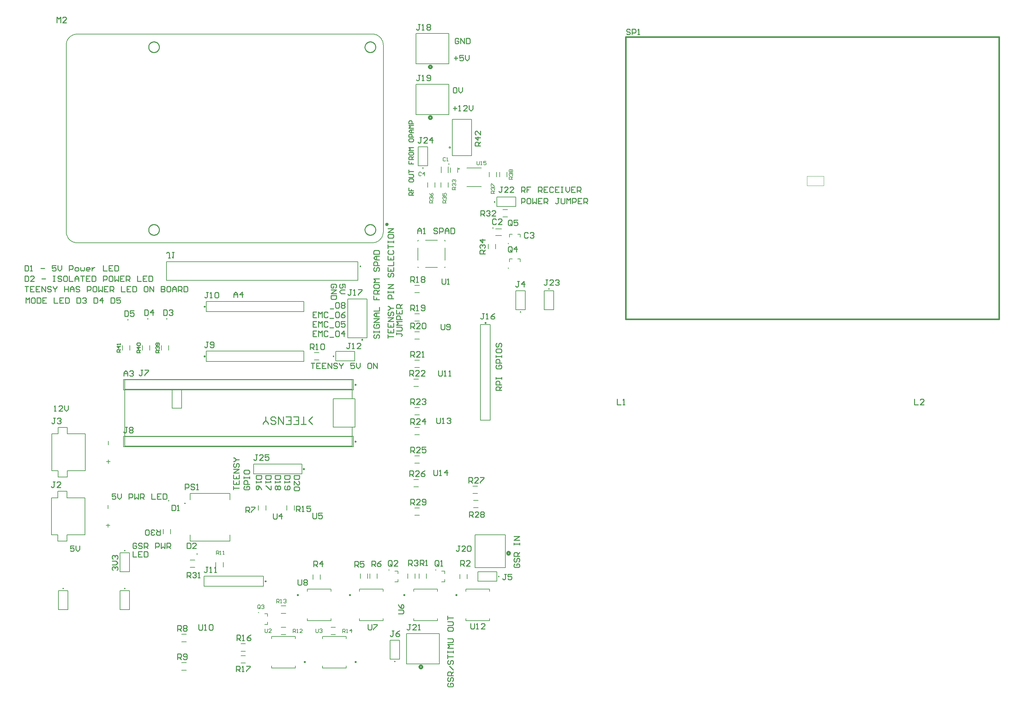
<source format=gto>
%FSTAX23Y23*%
%MOIN*%
%SFA1B1*%

%IPPOS*%
%ADD10C,0.009843*%
%ADD11C,0.006000*%
%ADD12C,0.007874*%
%ADD13C,0.000000*%
%ADD14C,0.020000*%
%ADD15C,0.005000*%
%ADD16C,0.015748*%
%ADD17C,0.010000*%
%ADD18C,0.011811*%
%ADD19C,0.002000*%
%ADD20C,0.006063*%
%LNmain-1*%
%LPD*%
G54D10*
X03068Y0246D02*
D01*
X03068Y0246*
X03068Y0246*
X03068Y02461*
X03068Y02461*
X03068Y02461*
X03068Y02462*
X03067Y02462*
X03067Y02462*
X03067Y02462*
X03067Y02463*
X03067Y02463*
X03066Y02463*
X03066Y02463*
X03066Y02464*
X03066Y02464*
X03065Y02464*
X03065Y02464*
X03065Y02464*
X03064Y02464*
X03064Y02464*
X03064Y02464*
X03063Y02464*
X03063*
X03063Y02464*
X03062Y02464*
X03062Y02464*
X03062Y02464*
X03061Y02464*
X03061Y02464*
X03061Y02464*
X0306Y02464*
X0306Y02463*
X0306Y02463*
X0306Y02463*
X03059Y02463*
X03059Y02462*
X03059Y02462*
X03059Y02462*
X03059Y02462*
X03058Y02461*
X03058Y02461*
X03058Y02461*
X03058Y0246*
X03058Y0246*
X03058Y0246*
X03058Y02459*
X03058Y02459*
X03058Y02458*
X03058Y02458*
X03058Y02458*
X03059Y02457*
X03059Y02457*
X03059Y02457*
X03059Y02457*
X03059Y02456*
X0306Y02456*
X0306Y02456*
X0306Y02456*
X0306Y02455*
X03061Y02455*
X03061Y02455*
X03061Y02455*
X03062Y02455*
X03062Y02455*
X03062Y02455*
X03063Y02455*
X03063Y02455*
X03063*
X03064Y02455*
X03064Y02455*
X03064Y02455*
X03065Y02455*
X03065Y02455*
X03065Y02455*
X03066Y02455*
X03066Y02455*
X03066Y02456*
X03066Y02456*
X03067Y02456*
X03067Y02456*
X03067Y02457*
X03067Y02457*
X03067Y02457*
X03068Y02457*
X03068Y02458*
X03068Y02458*
X03068Y02458*
X03068Y02459*
X03068Y02459*
X03068Y0246*
X03684Y03825D02*
D01*
X03684Y03826*
X03684Y03826*
X03684Y03827*
X03683Y03827*
X03683Y03827*
X03683Y03827*
X03683Y03828*
X03683Y03828*
X03683Y03828*
X03682Y03829*
X03682Y03829*
X03682Y03829*
X03682Y03829*
X03681Y0383*
X03681Y0383*
X03681Y0383*
X03681Y0383*
X0368Y0383*
X0368Y0383*
X0368Y0383*
X03679Y0383*
X03679Y0383*
X03679*
X03678Y0383*
X03678Y0383*
X03678Y0383*
X03677Y0383*
X03677Y0383*
X03677Y0383*
X03676Y0383*
X03676Y0383*
X03676Y03829*
X03675Y03829*
X03675Y03829*
X03675Y03829*
X03675Y03828*
X03675Y03828*
X03674Y03828*
X03674Y03827*
X03674Y03827*
X03674Y03827*
X03674Y03827*
X03674Y03826*
X03674Y03826*
X03674Y03825*
X03674Y03825*
X03674Y03825*
X03674Y03824*
X03674Y03824*
X03674Y03824*
X03674Y03823*
X03674Y03823*
X03675Y03823*
X03675Y03823*
X03675Y03822*
X03675Y03822*
X03675Y03822*
X03676Y03822*
X03676Y03821*
X03676Y03821*
X03677Y03821*
X03677Y03821*
X03677Y03821*
X03678Y03821*
X03678Y03821*
X03678Y03821*
X03679Y03821*
X03679*
X03679Y03821*
X0368Y03821*
X0368Y03821*
X0368Y03821*
X03681Y03821*
X03681Y03821*
X03681Y03821*
X03681Y03821*
X03682Y03822*
X03682Y03822*
X03682Y03822*
X03682Y03822*
X03683Y03823*
X03683Y03823*
X03683Y03823*
X03683Y03823*
X03683Y03824*
X03683Y03824*
X03684Y03824*
X03684Y03825*
X03684Y03825*
X03684Y03825*
X04984Y04003D02*
D01*
X04984Y04003*
X04984Y04004*
X04984Y04004*
X04984Y04004*
X04984Y04005*
X04984Y04005*
X04984Y04005*
X04984Y04006*
X04983Y04006*
X04983Y04006*
X04983Y04007*
X04983Y04007*
X04983Y04007*
X04982Y04007*
X04982Y04007*
X04982Y04008*
X04981Y04008*
X04981Y04008*
X04981Y04008*
X0498Y04008*
X0498Y04008*
X0498Y04008*
X04979*
X04979Y04008*
X04979Y04008*
X04978Y04008*
X04978Y04008*
X04978Y04008*
X04977Y04008*
X04977Y04007*
X04977Y04007*
X04976Y04007*
X04976Y04007*
X04976Y04007*
X04976Y04006*
X04976Y04006*
X04975Y04006*
X04975Y04005*
X04975Y04005*
X04975Y04005*
X04975Y04004*
X04975Y04004*
X04975Y04004*
X04975Y04003*
X04975Y04003*
X04975Y04003*
X04975Y04002*
X04975Y04002*
X04975Y04002*
X04975Y04001*
X04975Y04001*
X04975Y04001*
X04975Y04001*
X04976Y04*
X04976Y04*
X04976Y04*
X04976Y03999*
X04976Y03999*
X04977Y03999*
X04977Y03999*
X04977Y03999*
X04978Y03999*
X04978Y03998*
X04978Y03998*
X04979Y03998*
X04979Y03998*
X04979Y03998*
X0498*
X0498Y03998*
X0498Y03998*
X04981Y03998*
X04981Y03998*
X04981Y03999*
X04982Y03999*
X04982Y03999*
X04982Y03999*
X04983Y03999*
X04983Y03999*
X04983Y04*
X04983Y04*
X04983Y04*
X04984Y04001*
X04984Y04001*
X04984Y04001*
X04984Y04001*
X04984Y04002*
X04984Y04002*
X04984Y04002*
X04984Y04003*
X04984Y04003*
X03613Y0335D02*
D01*
X03613Y0335*
X03613Y0335*
X03613Y03351*
X03613Y03351*
X03613Y03351*
X03613Y03352*
X03613Y03352*
X03613Y03352*
X03612Y03352*
X03612Y03353*
X03612Y03353*
X03612Y03353*
X03611Y03353*
X03611Y03354*
X03611Y03354*
X03611Y03354*
X0361Y03354*
X0361Y03354*
X0361Y03354*
X03609Y03354*
X03609Y03354*
X03609Y03354*
X03608*
X03608Y03354*
X03608Y03354*
X03607Y03354*
X03607Y03354*
X03607Y03354*
X03606Y03354*
X03606Y03354*
X03606Y03354*
X03605Y03353*
X03605Y03353*
X03605Y03353*
X03605Y03353*
X03604Y03352*
X03604Y03352*
X03604Y03352*
X03604Y03352*
X03604Y03351*
X03604Y03351*
X03604Y03351*
X03603Y0335*
X03603Y0335*
X03603Y0335*
X03603Y03349*
X03603Y03349*
X03604Y03348*
X03604Y03348*
X03604Y03348*
X03604Y03347*
X03604Y03347*
X03604Y03347*
X03604Y03347*
X03605Y03346*
X03605Y03346*
X03605Y03346*
X03605Y03346*
X03606Y03345*
X03606Y03345*
X03606Y03345*
X03607Y03345*
X03607Y03345*
X03607Y03345*
X03608Y03345*
X03608Y03345*
X03608Y03345*
X03609*
X03609Y03345*
X03609Y03345*
X0361Y03345*
X0361Y03345*
X0361Y03345*
X03611Y03345*
X03611Y03345*
X03611Y03345*
X03611Y03346*
X03612Y03346*
X03612Y03346*
X03612Y03346*
X03612Y03347*
X03613Y03347*
X03613Y03347*
X03613Y03347*
X03613Y03348*
X03613Y03348*
X03613Y03348*
X03613Y03349*
X03613Y03349*
X03613Y0335*
Y0275D02*
D01*
X03613Y0275*
X03613Y0275*
X03613Y02751*
X03613Y02751*
X03613Y02751*
X03613Y02752*
X03613Y02752*
X03613Y02752*
X03612Y02752*
X03612Y02753*
X03612Y02753*
X03612Y02753*
X03611Y02753*
X03611Y02754*
X03611Y02754*
X03611Y02754*
X0361Y02754*
X0361Y02754*
X0361Y02754*
X03609Y02754*
X03609Y02754*
X03609Y02754*
X03608*
X03608Y02754*
X03608Y02754*
X03607Y02754*
X03607Y02754*
X03607Y02754*
X03606Y02754*
X03606Y02754*
X03606Y02754*
X03605Y02753*
X03605Y02753*
X03605Y02753*
X03605Y02753*
X03604Y02752*
X03604Y02752*
X03604Y02752*
X03604Y02752*
X03604Y02751*
X03604Y02751*
X03604Y02751*
X03603Y0275*
X03603Y0275*
X03603Y0275*
X03603Y02749*
X03603Y02749*
X03604Y02748*
X03604Y02748*
X03604Y02748*
X03604Y02747*
X03604Y02747*
X03604Y02747*
X03604Y02747*
X03605Y02746*
X03605Y02746*
X03605Y02746*
X03605Y02746*
X03606Y02745*
X03606Y02745*
X03606Y02745*
X03607Y02745*
X03607Y02745*
X03607Y02745*
X03608Y02745*
X03608Y02745*
X03608Y02745*
X03609*
X03609Y02745*
X03609Y02745*
X0361Y02745*
X0361Y02745*
X0361Y02745*
X03611Y02745*
X03611Y02745*
X03611Y02745*
X03611Y02746*
X03612Y02746*
X03612Y02746*
X03612Y02746*
X03612Y02747*
X03613Y02747*
X03613Y02747*
X03613Y02747*
X03613Y02748*
X03613Y02748*
X03613Y02748*
X03613Y02749*
X03613Y02749*
X03613Y0275*
X02021Y04175D02*
D01*
X02021Y04175*
X02021Y04175*
X0202Y04176*
X0202Y04176*
X0202Y04176*
X0202Y04177*
X0202Y04177*
X0202Y04177*
X0202Y04177*
X02019Y04178*
X02019Y04178*
X02019Y04178*
X02019Y04178*
X02018Y04179*
X02018Y04179*
X02018Y04179*
X02017Y04179*
X02017Y04179*
X02017Y04179*
X02016Y04179*
X02016Y04179*
X02016Y04179*
X02015*
X02015Y04179*
X02015Y04179*
X02014Y04179*
X02014Y04179*
X02014Y04179*
X02013Y04179*
X02013Y04179*
X02013Y04179*
X02013Y04178*
X02012Y04178*
X02012Y04178*
X02012Y04178*
X02012Y04177*
X02011Y04177*
X02011Y04177*
X02011Y04177*
X02011Y04176*
X02011Y04176*
X02011Y04176*
X02011Y04175*
X02011Y04175*
X02011Y04175*
X02011Y04174*
X02011Y04174*
X02011Y04173*
X02011Y04173*
X02011Y04173*
X02011Y04172*
X02011Y04172*
X02011Y04172*
X02012Y04172*
X02012Y04171*
X02012Y04171*
X02012Y04171*
X02013Y04171*
X02013Y0417*
X02013Y0417*
X02013Y0417*
X02014Y0417*
X02014Y0417*
X02014Y0417*
X02015Y0417*
X02015Y0417*
X02015Y0417*
X02016*
X02016Y0417*
X02016Y0417*
X02017Y0417*
X02017Y0417*
X02017Y0417*
X02018Y0417*
X02018Y0417*
X02018Y0417*
X02019Y04171*
X02019Y04171*
X02019Y04171*
X02019Y04171*
X0202Y04172*
X0202Y04172*
X0202Y04172*
X0202Y04172*
X0202Y04173*
X0202Y04173*
X0202Y04173*
X02021Y04174*
X02021Y04174*
X02021Y04175*
Y0365D02*
D01*
X02021Y0365*
X02021Y0365*
X0202Y03651*
X0202Y03651*
X0202Y03651*
X0202Y03652*
X0202Y03652*
X0202Y03652*
X0202Y03652*
X02019Y03653*
X02019Y03653*
X02019Y03653*
X02019Y03653*
X02018Y03654*
X02018Y03654*
X02018Y03654*
X02017Y03654*
X02017Y03654*
X02017Y03654*
X02016Y03654*
X02016Y03654*
X02016Y03654*
X02015*
X02015Y03654*
X02015Y03654*
X02014Y03654*
X02014Y03654*
X02014Y03654*
X02013Y03654*
X02013Y03654*
X02013Y03654*
X02013Y03653*
X02012Y03653*
X02012Y03653*
X02012Y03653*
X02012Y03652*
X02011Y03652*
X02011Y03652*
X02011Y03652*
X02011Y03651*
X02011Y03651*
X02011Y03651*
X02011Y0365*
X02011Y0365*
X02011Y0365*
X02011Y03649*
X02011Y03649*
X02011Y03648*
X02011Y03648*
X02011Y03648*
X02011Y03647*
X02011Y03647*
X02011Y03647*
X02012Y03647*
X02012Y03646*
X02012Y03646*
X02012Y03646*
X02013Y03646*
X02013Y03645*
X02013Y03645*
X02013Y03645*
X02014Y03645*
X02014Y03645*
X02014Y03645*
X02015Y03645*
X02015Y03645*
X02015Y03645*
X02016*
X02016Y03645*
X02016Y03645*
X02017Y03645*
X02017Y03645*
X02017Y03645*
X02018Y03645*
X02018Y03645*
X02018Y03645*
X02019Y03646*
X02019Y03646*
X02019Y03646*
X02019Y03646*
X0202Y03647*
X0202Y03647*
X0202Y03647*
X0202Y03647*
X0202Y03648*
X0202Y03648*
X0202Y03648*
X02021Y03649*
X02021Y03649*
X02021Y0365*
X02663Y01275D02*
D01*
X02663Y01275*
X02663Y01275*
X02663Y01276*
X02663Y01276*
X02663Y01276*
X02663Y01277*
X02663Y01277*
X02663Y01277*
X02662Y01277*
X02662Y01278*
X02662Y01278*
X02662Y01278*
X02661Y01278*
X02661Y01279*
X02661Y01279*
X02661Y01279*
X0266Y01279*
X0266Y01279*
X0266Y01279*
X02659Y01279*
X02659Y01279*
X02659Y01279*
X02658*
X02658Y01279*
X02658Y01279*
X02657Y01279*
X02657Y01279*
X02657Y01279*
X02656Y01279*
X02656Y01279*
X02656Y01279*
X02655Y01278*
X02655Y01278*
X02655Y01278*
X02655Y01278*
X02654Y01277*
X02654Y01277*
X02654Y01277*
X02654Y01277*
X02654Y01276*
X02654Y01276*
X02654Y01276*
X02653Y01275*
X02653Y01275*
X02653Y01275*
X02653Y01274*
X02653Y01274*
X02654Y01273*
X02654Y01273*
X02654Y01273*
X02654Y01272*
X02654Y01272*
X02654Y01272*
X02654Y01272*
X02655Y01271*
X02655Y01271*
X02655Y01271*
X02655Y01271*
X02656Y0127*
X02656Y0127*
X02656Y0127*
X02657Y0127*
X02657Y0127*
X02657Y0127*
X02658Y0127*
X02658Y0127*
X02658Y0127*
X02659*
X02659Y0127*
X02659Y0127*
X0266Y0127*
X0266Y0127*
X0266Y0127*
X02661Y0127*
X02661Y0127*
X02661Y0127*
X02661Y01271*
X02662Y01271*
X02662Y01271*
X02662Y01271*
X02662Y01272*
X02663Y01272*
X02663Y01272*
X02663Y01272*
X02663Y01273*
X02663Y01273*
X02663Y01273*
X02663Y01274*
X02663Y01274*
X02663Y01275*
G54D11*
X04613Y05855D02*
D01*
X04612Y05855*
X04612Y05856*
X04612Y05856*
X04612Y05857*
X04612Y05857*
X04612Y05858*
X04612Y05858*
X04611Y05859*
X04611Y05859*
X04611Y0586*
X0461Y0586*
X0461Y0586*
X04609Y05861*
X04609Y05861*
X04609Y05861*
X04608Y05862*
X04607Y05862*
X04607Y05862*
X04606Y05862*
X04606Y05862*
X04605Y05862*
X04605Y05862*
X04604*
X04604Y05862*
X04603Y05862*
X04603Y05862*
X04602Y05862*
X04602Y05862*
X04601Y05862*
X04601Y05861*
X046Y05861*
X046Y05861*
X04599Y0586*
X04599Y0586*
X04598Y0586*
X04598Y05859*
X04598Y05859*
X04597Y05858*
X04597Y05858*
X04597Y05857*
X04597Y05857*
X04597Y05856*
X04597Y05856*
X04597Y05855*
X04597Y05855*
X04597Y05854*
X04597Y05853*
X04597Y05853*
X04597Y05852*
X04597Y05852*
X04597Y05851*
X04597Y05851*
X04598Y0585*
X04598Y0585*
X04598Y05849*
X04599Y05849*
X04599Y05849*
X046Y05848*
X046Y05848*
X04601Y05848*
X04601Y05847*
X04602Y05847*
X04602Y05847*
X04603Y05847*
X04603Y05847*
X04604Y05847*
X04604Y05847*
X04605*
X04605Y05847*
X04606Y05847*
X04606Y05847*
X04607Y05847*
X04607Y05847*
X04608Y05847*
X04609Y05848*
X04609Y05848*
X04609Y05848*
X0461Y05849*
X0461Y05849*
X04611Y05849*
X04611Y0585*
X04611Y0585*
X04612Y05851*
X04612Y05851*
X04612Y05852*
X04612Y05852*
X04612Y05853*
X04612Y05853*
X04612Y05854*
X04613Y05855*
X04598Y0568D02*
D01*
X04597Y0568*
X04597Y0568*
X04597Y0568*
X04597Y0568*
X04597Y05681*
X04597Y05681*
X04597Y05681*
X04597Y05681*
X04597Y05681*
X04597Y05681*
X04597Y05682*
X04597Y05682*
X04596Y05682*
X04596Y05682*
X04596Y05682*
X04596Y05682*
X04596Y05682*
X04595Y05682*
X04595Y05682*
X04595Y05682*
X04595Y05682*
X04595Y05682*
X04594*
X04594Y05682*
X04594Y05682*
X04594Y05682*
X04594Y05682*
X04593Y05682*
X04593Y05682*
X04593Y05682*
X04593Y05682*
X04593Y05682*
X04592Y05682*
X04592Y05682*
X04592Y05681*
X04592Y05681*
X04592Y05681*
X04592Y05681*
X04592Y05681*
X04592Y05681*
X04592Y0568*
X04592Y0568*
X04592Y0568*
X04592Y0568*
X04592Y0568*
X04592Y05679*
X04592Y05679*
X04592Y05679*
X04592Y05679*
X04592Y05678*
X04592Y05678*
X04592Y05678*
X04592Y05678*
X04592Y05678*
X04592Y05678*
X04592Y05677*
X04592Y05677*
X04593Y05677*
X04593Y05677*
X04593Y05677*
X04593Y05677*
X04593Y05677*
X04594Y05677*
X04594Y05677*
X04594Y05677*
X04594Y05677*
X04594Y05677*
X04595*
X04595Y05677*
X04595Y05677*
X04595Y05677*
X04595Y05677*
X04596Y05677*
X04596Y05677*
X04596Y05677*
X04596Y05677*
X04596Y05677*
X04597Y05677*
X04597Y05677*
X04597Y05678*
X04597Y05678*
X04597Y05678*
X04597Y05678*
X04597Y05678*
X04597Y05678*
X04597Y05679*
X04597Y05679*
X04597Y05679*
X04597Y05679*
X04598Y0568*
X05063Y05005D02*
D01*
X05062Y05005*
X05062Y05005*
X05062Y05005*
X05062Y05005*
X05062Y05006*
X05062Y05006*
X05062Y05006*
X05062Y05006*
X05062Y05006*
X05062Y05006*
X05062Y05007*
X05062Y05007*
X05061Y05007*
X05061Y05007*
X05061Y05007*
X05061Y05007*
X05061Y05007*
X0506Y05007*
X0506Y05007*
X0506Y05007*
X0506Y05007*
X0506Y05007*
X05059*
X05059Y05007*
X05059Y05007*
X05059Y05007*
X05059Y05007*
X05058Y05007*
X05058Y05007*
X05058Y05007*
X05058Y05007*
X05058Y05007*
X05057Y05007*
X05057Y05007*
X05057Y05006*
X05057Y05006*
X05057Y05006*
X05057Y05006*
X05057Y05006*
X05057Y05006*
X05057Y05005*
X05057Y05005*
X05057Y05005*
X05057Y05005*
X05057Y05005*
X05057Y05004*
X05057Y05004*
X05057Y05004*
X05057Y05004*
X05057Y05003*
X05057Y05003*
X05057Y05003*
X05057Y05003*
X05057Y05003*
X05057Y05003*
X05057Y05002*
X05057Y05002*
X05058Y05002*
X05058Y05002*
X05058Y05002*
X05058Y05002*
X05058Y05002*
X05059Y05002*
X05059Y05002*
X05059Y05002*
X05059Y05002*
X05059Y05002*
X0506*
X0506Y05002*
X0506Y05002*
X0506Y05002*
X0506Y05002*
X05061Y05002*
X05061Y05002*
X05061Y05002*
X05061Y05002*
X05061Y05002*
X05062Y05002*
X05062Y05002*
X05062Y05003*
X05062Y05003*
X05062Y05003*
X05062Y05003*
X05062Y05003*
X05062Y05003*
X05062Y05004*
X05062Y05004*
X05062Y05004*
X05062Y05004*
X05063Y05005*
X02585Y02025D02*
Y02074D01*
X02664Y02025D02*
Y02074D01*
X02885Y02025D02*
Y02074D01*
X02964Y02025D02*
Y02074D01*
X04835Y05767D02*
Y06152D01*
X0463D02*
X04835D01*
X0463Y05767D02*
Y06152D01*
Y05767D02*
X04835D01*
X04513Y05588D02*
Y05651D01*
X04586Y05588D02*
Y05651D01*
X0502Y05545D02*
Y05594D01*
X05099Y05545D02*
Y05594D01*
X01439Y03715D02*
Y03764D01*
X0136Y03715D02*
Y03764D01*
X01229Y03715D02*
Y03764D01*
X0115Y03715D02*
Y03764D01*
X01639Y03715D02*
Y03764D01*
X0156Y03715D02*
Y03764D01*
X05088Y04923D02*
X05151D01*
X05088Y04996D02*
X05151D01*
X05209Y05545D02*
Y05594D01*
X0513Y05545D02*
Y05594D01*
X04689Y05591D02*
Y0564D01*
X0461Y05591D02*
Y0564D01*
X05165Y0512D02*
X05214D01*
X05165Y05199D02*
X05214D01*
X05089Y04785D02*
Y04834D01*
X0501Y04785D02*
Y04834D01*
X04589Y05435D02*
Y05484D01*
X0451Y05435D02*
Y05484D01*
X04449Y05435D02*
Y05484D01*
X0437Y05435D02*
Y05484D01*
X04872Y01764D02*
X05191D01*
X04872Y01419D02*
Y01764D01*
Y01419D02*
X05191D01*
Y01764*
X04494Y00402D02*
Y00721D01*
X04149D02*
X04494D01*
X04149Y00402D02*
Y00721D01*
Y00402D02*
X04494D01*
X01865Y01499D02*
X01914D01*
X01865Y0142D02*
X01914D01*
X01659Y01775D02*
Y01824D01*
X0158Y01775D02*
Y01824D01*
X04855Y02129D02*
X04904D01*
X04855Y0205D02*
X04904D01*
X04225Y0227D02*
X04274D01*
X04225Y02349D02*
X04274D01*
X04849Y02279D02*
X04898D01*
X04849Y022D02*
X04898D01*
X04235Y0197D02*
X04284D01*
X04235Y02049D02*
X04284D01*
X04594Y06738D02*
Y07057D01*
X04249D02*
X04594D01*
X04249Y06738D02*
Y07057D01*
Y06738D02*
X04594D01*
Y06202D02*
Y06521D01*
X04249D02*
X04594D01*
X04249Y06202D02*
Y06521D01*
Y06202D02*
X04594D01*
X04267Y04873D02*
X04273D01*
X04553Y04587D02*
Y04593D01*
X04546Y04873D02*
X04553D01*
X04267Y04866D02*
Y04873D01*
Y04587D02*
X04273D01*
X04267D02*
Y04593D01*
X04346Y04587D02*
X04473D01*
X04553Y04666D02*
Y04793D01*
X04546Y04587D02*
X04553D01*
X04346Y04873D02*
X04473D01*
X04553Y04866D02*
Y04873D01*
X04267Y04666D02*
Y04793D01*
X04235Y0432D02*
X04284D01*
X04235Y04399D02*
X04284D01*
X04235Y0402D02*
X04284D01*
X04235Y04099D02*
X04284D01*
X04235Y0383D02*
X04284D01*
X04235Y03909D02*
X04284D01*
X04235Y0353D02*
X04284D01*
X04235Y03609D02*
X04284D01*
X04225Y0333D02*
X04274D01*
X04225Y03409D02*
X04274D01*
X04235Y0303D02*
X04284D01*
X04235Y03109D02*
X04284D01*
X04235Y0282D02*
X04284D01*
X04235Y02899D02*
X04284D01*
X04235Y0252D02*
X04284D01*
X04235Y02599D02*
X04284D01*
X0428Y01305D02*
Y01354D01*
X04359Y01305D02*
Y01354D01*
X03839Y01305D02*
Y01354D01*
X0376Y01305D02*
Y01354D01*
X03739Y01305D02*
Y01354D01*
X0366Y01305D02*
Y01354D01*
X024Y00489D02*
X02449D01*
X024Y0041D02*
X02449D01*
X024Y00614D02*
X02449D01*
X024Y00535D02*
X02449D01*
X02825Y00789D02*
X02874D01*
X02825Y0071D02*
X02874D01*
X0335Y00789D02*
X03399D01*
X0335Y0071D02*
X03399D01*
X03175Y03689D02*
X03224D01*
X03175Y0361D02*
X03224D01*
X02214Y01425D02*
Y01474D01*
X02135Y01425D02*
Y01474D01*
X02825Y01014D02*
X02874D01*
X02825Y00935D02*
X02874D01*
X01775Y00635D02*
X01824D01*
X01775Y00714D02*
X01824D01*
X01775Y00335D02*
X01824D01*
X01775Y00414D02*
X01824D01*
X0316Y01295D02*
Y01344D01*
X03239Y01295D02*
Y01344D01*
X0471Y013D02*
Y01349D01*
X04789Y013D02*
Y01349D01*
X04239Y01305D02*
Y01354D01*
X0416Y01305D02*
Y01354D01*
G54D12*
X04323Y05637D02*
D01*
X04323Y05638*
X04323Y05638*
X04323Y05638*
X04323Y05639*
X04323Y05639*
X04323Y05639*
X04323Y05639*
X04323Y0564*
X04323Y0564*
X04323Y0564*
X04322Y0564*
X04322Y0564*
X04322Y05641*
X04322Y05641*
X04321Y05641*
X04321Y05641*
X04321Y05641*
X04321Y05641*
X0432Y05641*
X0432Y05641*
X0432Y05641*
X0432Y05641*
X04319*
X04319Y05641*
X04319Y05641*
X04319Y05641*
X04318Y05641*
X04318Y05641*
X04318Y05641*
X04318Y05641*
X04317Y05641*
X04317Y05641*
X04317Y0564*
X04317Y0564*
X04316Y0564*
X04316Y0564*
X04316Y0564*
X04316Y05639*
X04316Y05639*
X04316Y05639*
X04316Y05639*
X04316Y05638*
X04316Y05638*
X04316Y05638*
X04316Y05637*
X04316Y05637*
X04316Y05637*
X04316Y05637*
X04316Y05636*
X04316Y05636*
X04316Y05636*
X04316Y05636*
X04316Y05635*
X04316Y05635*
X04316Y05635*
X04317Y05635*
X04317Y05635*
X04317Y05634*
X04317Y05634*
X04318Y05634*
X04318Y05634*
X04318Y05634*
X04318Y05634*
X04319Y05634*
X04319Y05634*
X04319Y05634*
X04319Y05634*
X0432*
X0432Y05634*
X0432Y05634*
X0432Y05634*
X04321Y05634*
X04321Y05634*
X04321Y05634*
X04321Y05634*
X04322Y05634*
X04322Y05634*
X04322Y05635*
X04322Y05635*
X04323Y05635*
X04323Y05635*
X04323Y05635*
X04323Y05636*
X04323Y05636*
X04323Y05636*
X04323Y05636*
X04323Y05637*
X04323Y05637*
X04323Y05637*
X04323Y05637*
X05653Y04362D02*
D01*
X05653Y04362*
X05653Y04362*
X05653Y04362*
X05653Y04363*
X05653Y04363*
X05653Y04363*
X05653Y04363*
X05653Y04364*
X05653Y04364*
X05653Y04364*
X05652Y04364*
X05652Y04364*
X05652Y04365*
X05652Y04365*
X05651Y04365*
X05651Y04365*
X05651Y04365*
X05651Y04365*
X0565Y04365*
X0565Y04365*
X0565Y04365*
X0565Y04365*
X05649*
X05649Y04365*
X05649Y04365*
X05649Y04365*
X05648Y04365*
X05648Y04365*
X05648Y04365*
X05648Y04365*
X05647Y04365*
X05647Y04365*
X05647Y04364*
X05647Y04364*
X05646Y04364*
X05646Y04364*
X05646Y04364*
X05646Y04363*
X05646Y04363*
X05646Y04363*
X05646Y04363*
X05646Y04362*
X05646Y04362*
X05646Y04362*
X05646Y04362*
X05646Y04361*
X05646Y04361*
X05646Y04361*
X05646Y0436*
X05646Y0436*
X05646Y0436*
X05646Y0436*
X05646Y04359*
X05646Y04359*
X05646Y04359*
X05647Y04359*
X05647Y04359*
X05647Y04358*
X05647Y04358*
X05648Y04358*
X05648Y04358*
X05648Y04358*
X05648Y04358*
X05649Y04358*
X05649Y04358*
X05649Y04358*
X05649Y04358*
X0565*
X0565Y04358*
X0565Y04358*
X0565Y04358*
X05651Y04358*
X05651Y04358*
X05651Y04358*
X05651Y04358*
X05652Y04358*
X05652Y04358*
X05652Y04359*
X05652Y04359*
X05653Y04359*
X05653Y04359*
X05653Y04359*
X05653Y0436*
X05653Y0436*
X05653Y0436*
X05653Y0436*
X05653Y04361*
X05653Y04361*
X05653Y04361*
X05653Y04362*
X05081Y0528D02*
D01*
X05081Y0528*
X05081Y0528*
X05081Y0528*
X05081Y05281*
X05081Y05281*
X05081Y05281*
X05081Y05281*
X05081Y05282*
X05081Y05282*
X0508Y05282*
X0508Y05282*
X0508Y05282*
X0508Y05283*
X0508Y05283*
X05079Y05283*
X05079Y05283*
X05079Y05283*
X05079Y05283*
X05078Y05283*
X05078Y05283*
X05078Y05283*
X05078Y05283*
X05077*
X05077Y05283*
X05077Y05283*
X05077Y05283*
X05076Y05283*
X05076Y05283*
X05076Y05283*
X05075Y05283*
X05075Y05283*
X05075Y05283*
X05075Y05282*
X05075Y05282*
X05074Y05282*
X05074Y05282*
X05074Y05282*
X05074Y05281*
X05074Y05281*
X05074Y05281*
X05074Y05281*
X05074Y0528*
X05074Y0528*
X05074Y0528*
X05074Y0528*
X05074Y05279*
X05074Y05279*
X05074Y05279*
X05074Y05278*
X05074Y05278*
X05074Y05278*
X05074Y05278*
X05074Y05277*
X05074Y05277*
X05074Y05277*
X05075Y05277*
X05075Y05277*
X05075Y05276*
X05075Y05276*
X05075Y05276*
X05076Y05276*
X05076Y05276*
X05076Y05276*
X05077Y05276*
X05077Y05276*
X05077Y05276*
X05077Y05276*
X05078*
X05078Y05276*
X05078Y05276*
X05078Y05276*
X05079Y05276*
X05079Y05276*
X05079Y05276*
X05079Y05276*
X0508Y05276*
X0508Y05276*
X0508Y05277*
X0508Y05277*
X0508Y05277*
X05081Y05277*
X05081Y05277*
X05081Y05278*
X05081Y05278*
X05081Y05278*
X05081Y05278*
X05081Y05279*
X05081Y05279*
X05081Y05279*
X05081Y0528*
X04704Y0563D02*
D01*
X04704Y05631*
X04704Y05631*
X04704Y05631*
X04704Y05631*
X04704Y05632*
X04704Y05632*
X04704Y05632*
X04704Y05632*
X04704Y05633*
X04703Y05633*
X04703Y05633*
X04703Y05633*
X04703Y05633*
X04703Y05634*
X04702Y05634*
X04702Y05634*
X04702Y05634*
X04702Y05634*
X04701Y05634*
X04701Y05634*
X04701Y05634*
X04701Y05634*
X047*
X047Y05634*
X047Y05634*
X04699Y05634*
X04699Y05634*
X04699Y05634*
X04699Y05634*
X04698Y05634*
X04698Y05634*
X04698Y05633*
X04698Y05633*
X04698Y05633*
X04697Y05633*
X04697Y05633*
X04697Y05632*
X04697Y05632*
X04697Y05632*
X04697Y05632*
X04697Y05631*
X04697Y05631*
X04697Y05631*
X04697Y05631*
X04697Y0563*
X04697Y0563*
X04697Y0563*
X04697Y05629*
X04697Y05629*
X04697Y05629*
X04697Y05629*
X04697Y05628*
X04697Y05628*
X04697Y05628*
X04697Y05628*
X04698Y05628*
X04698Y05627*
X04698Y05627*
X04698Y05627*
X04698Y05627*
X04699Y05627*
X04699Y05627*
X04699Y05627*
X04699Y05626*
X047Y05626*
X047Y05626*
X047Y05626*
X04701*
X04701Y05626*
X04701Y05626*
X04701Y05626*
X04702Y05627*
X04702Y05627*
X04702Y05627*
X04702Y05627*
X04703Y05627*
X04703Y05627*
X04703Y05627*
X04703Y05628*
X04703Y05628*
X04704Y05628*
X04704Y05628*
X04704Y05628*
X04704Y05629*
X04704Y05629*
X04704Y05629*
X04704Y05629*
X04704Y0563*
X04704Y0563*
X04704Y0563*
X05125Y01325D02*
D01*
X05125Y01325*
X05125Y01325*
X05125Y01325*
X05125Y01326*
X05125Y01326*
X05125Y01326*
X05125Y01326*
X05125Y01327*
X05125Y01327*
X05125Y01327*
X05124Y01327*
X05124Y01327*
X05124Y01328*
X05124Y01328*
X05124Y01328*
X05123Y01328*
X05123Y01328*
X05123Y01328*
X05122Y01328*
X05122Y01328*
X05122Y01328*
X05122Y01328*
X05121*
X05121Y01328*
X05121Y01328*
X05121Y01328*
X0512Y01328*
X0512Y01328*
X0512Y01328*
X0512Y01328*
X05119Y01328*
X05119Y01328*
X05119Y01327*
X05119Y01327*
X05119Y01327*
X05118Y01327*
X05118Y01327*
X05118Y01326*
X05118Y01326*
X05118Y01326*
X05118Y01326*
X05118Y01325*
X05118Y01325*
X05118Y01325*
X05118Y01325*
X05118Y01324*
X05118Y01324*
X05118Y01324*
X05118Y01323*
X05118Y01323*
X05118Y01323*
X05118Y01323*
X05118Y01322*
X05118Y01322*
X05119Y01322*
X05119Y01322*
X05119Y01322*
X05119Y01321*
X05119Y01321*
X0512Y01321*
X0512Y01321*
X0512Y01321*
X0512Y01321*
X05121Y01321*
X05121Y01321*
X05121Y01321*
X05121Y01321*
X05122*
X05122Y01321*
X05122Y01321*
X05122Y01321*
X05123Y01321*
X05123Y01321*
X05123Y01321*
X05124Y01321*
X05124Y01321*
X05124Y01321*
X05124Y01322*
X05124Y01322*
X05125Y01322*
X05125Y01322*
X05125Y01322*
X05125Y01323*
X05125Y01323*
X05125Y01323*
X05125Y01323*
X05125Y01324*
X05125Y01324*
X05125Y01324*
X05125Y01325*
X03381Y0365D02*
D01*
X03381Y0365*
X03381Y0365*
X03381Y0365*
X03381Y03651*
X03381Y03651*
X03381Y03651*
X03381Y03651*
X03381Y03652*
X03381Y03652*
X0338Y03652*
X0338Y03652*
X0338Y03652*
X0338Y03653*
X0338Y03653*
X03379Y03653*
X03379Y03653*
X03379Y03653*
X03379Y03653*
X03378Y03653*
X03378Y03653*
X03378Y03653*
X03378Y03653*
X03377*
X03377Y03653*
X03377Y03653*
X03377Y03653*
X03376Y03653*
X03376Y03653*
X03376Y03653*
X03375Y03653*
X03375Y03653*
X03375Y03653*
X03375Y03652*
X03375Y03652*
X03374Y03652*
X03374Y03652*
X03374Y03652*
X03374Y03651*
X03374Y03651*
X03374Y03651*
X03374Y03651*
X03374Y0365*
X03374Y0365*
X03374Y0365*
X03374Y0365*
X03374Y03649*
X03374Y03649*
X03374Y03649*
X03374Y03648*
X03374Y03648*
X03374Y03648*
X03374Y03648*
X03374Y03647*
X03374Y03647*
X03374Y03647*
X03375Y03647*
X03375Y03647*
X03375Y03646*
X03375Y03646*
X03375Y03646*
X03376Y03646*
X03376Y03646*
X03376Y03646*
X03377Y03646*
X03377Y03646*
X03377Y03646*
X03377Y03646*
X03378*
X03378Y03646*
X03378Y03646*
X03378Y03646*
X03379Y03646*
X03379Y03646*
X03379Y03646*
X03379Y03646*
X0338Y03646*
X0338Y03646*
X0338Y03647*
X0338Y03647*
X0338Y03647*
X03381Y03647*
X03381Y03647*
X03381Y03648*
X03381Y03648*
X03381Y03648*
X03381Y03648*
X03381Y03649*
X03381Y03649*
X03381Y03649*
X03381Y0365*
X01178Y01597D02*
D01*
X01178Y01597*
X01178Y01597*
X01178Y01597*
X01178Y01598*
X01178Y01598*
X01178Y01598*
X01178Y01598*
X01178Y01599*
X01178Y01599*
X01178Y01599*
X01177Y01599*
X01177Y01599*
X01177Y016*
X01177Y016*
X01176Y016*
X01176Y016*
X01176Y016*
X01176Y016*
X01175Y016*
X01175Y016*
X01175Y016*
X01175Y016*
X01174*
X01174Y016*
X01174Y016*
X01174Y016*
X01173Y016*
X01173Y016*
X01173Y016*
X01173Y016*
X01172Y016*
X01172Y016*
X01172Y01599*
X01172Y01599*
X01171Y01599*
X01171Y01599*
X01171Y01599*
X01171Y01598*
X01171Y01598*
X01171Y01598*
X01171Y01598*
X01171Y01597*
X01171Y01597*
X01171Y01597*
X01171Y01597*
X01171Y01596*
X01171Y01596*
X01171Y01596*
X01171Y01595*
X01171Y01595*
X01171Y01595*
X01171Y01595*
X01171Y01594*
X01171Y01594*
X01171Y01594*
X01172Y01594*
X01172Y01594*
X01172Y01593*
X01172Y01593*
X01173Y01593*
X01173Y01593*
X01173Y01593*
X01173Y01593*
X01174Y01593*
X01174Y01593*
X01174Y01593*
X01174Y01593*
X01175*
X01175Y01593*
X01175Y01593*
X01175Y01593*
X01176Y01593*
X01176Y01593*
X01176Y01593*
X01176Y01593*
X01177Y01593*
X01177Y01593*
X01177Y01594*
X01177Y01594*
X01178Y01594*
X01178Y01594*
X01178Y01594*
X01178Y01595*
X01178Y01595*
X01178Y01595*
X01178Y01595*
X01178Y01596*
X01178Y01596*
X01178Y01596*
X01178Y01597*
Y01197D02*
D01*
X01178Y01197*
X01178Y01197*
X01178Y01197*
X01178Y01198*
X01178Y01198*
X01178Y01198*
X01178Y01198*
X01178Y01199*
X01178Y01199*
X01178Y01199*
X01177Y01199*
X01177Y01199*
X01177Y012*
X01177Y012*
X01176Y012*
X01176Y012*
X01176Y012*
X01176Y012*
X01175Y012*
X01175Y012*
X01175Y012*
X01175Y012*
X01174*
X01174Y012*
X01174Y012*
X01174Y012*
X01173Y012*
X01173Y012*
X01173Y012*
X01173Y012*
X01172Y012*
X01172Y012*
X01172Y01199*
X01172Y01199*
X01171Y01199*
X01171Y01199*
X01171Y01199*
X01171Y01198*
X01171Y01198*
X01171Y01198*
X01171Y01198*
X01171Y01197*
X01171Y01197*
X01171Y01197*
X01171Y01197*
X01171Y01196*
X01171Y01196*
X01171Y01196*
X01171Y01195*
X01171Y01195*
X01171Y01195*
X01171Y01195*
X01171Y01194*
X01171Y01194*
X01171Y01194*
X01172Y01194*
X01172Y01194*
X01172Y01193*
X01172Y01193*
X01173Y01193*
X01173Y01193*
X01173Y01193*
X01173Y01193*
X01174Y01193*
X01174Y01193*
X01174Y01193*
X01174Y01193*
X01175*
X01175Y01193*
X01175Y01193*
X01175Y01193*
X01176Y01193*
X01176Y01193*
X01176Y01193*
X01176Y01193*
X01177Y01193*
X01177Y01193*
X01177Y01194*
X01177Y01194*
X01178Y01194*
X01178Y01194*
X01178Y01194*
X01178Y01195*
X01178Y01195*
X01178Y01195*
X01178Y01195*
X01178Y01196*
X01178Y01196*
X01178Y01196*
X01178Y01197*
X00528D02*
D01*
X00528Y01197*
X00528Y01197*
X00528Y01197*
X00528Y01198*
X00528Y01198*
X00528Y01198*
X00528Y01198*
X00528Y01199*
X00528Y01199*
X00528Y01199*
X00527Y01199*
X00527Y01199*
X00527Y012*
X00527Y012*
X00526Y012*
X00526Y012*
X00526Y012*
X00526Y012*
X00525Y012*
X00525Y012*
X00525Y012*
X00525Y012*
X00524*
X00524Y012*
X00524Y012*
X00524Y012*
X00523Y012*
X00523Y012*
X00523Y012*
X00523Y012*
X00522Y012*
X00522Y012*
X00522Y01199*
X00522Y01199*
X00521Y01199*
X00521Y01199*
X00521Y01199*
X00521Y01198*
X00521Y01198*
X00521Y01198*
X00521Y01198*
X00521Y01197*
X00521Y01197*
X00521Y01197*
X00521Y01197*
X00521Y01196*
X00521Y01196*
X00521Y01196*
X00521Y01195*
X00521Y01195*
X00521Y01195*
X00521Y01195*
X00521Y01194*
X00521Y01194*
X00521Y01194*
X00522Y01194*
X00522Y01194*
X00522Y01193*
X00522Y01193*
X00523Y01193*
X00523Y01193*
X00523Y01193*
X00523Y01193*
X00524Y01193*
X00524Y01193*
X00524Y01193*
X00524Y01193*
X00525*
X00525Y01193*
X00525Y01193*
X00525Y01193*
X00526Y01193*
X00526Y01193*
X00526Y01193*
X00526Y01193*
X00527Y01193*
X00527Y01193*
X00527Y01194*
X00527Y01194*
X00528Y01194*
X00528Y01194*
X00528Y01194*
X00528Y01195*
X00528Y01195*
X00528Y01195*
X00528Y01195*
X00528Y01196*
X00528Y01196*
X00528Y01196*
X00528Y01197*
X04028Y00427D02*
D01*
X04028Y00428*
X04028Y00428*
X04028Y00428*
X04028Y00429*
X04028Y00429*
X04028Y00429*
X04028Y00429*
X04028Y0043*
X04028Y0043*
X04028Y0043*
X04027Y0043*
X04027Y0043*
X04027Y00431*
X04027Y00431*
X04026Y00431*
X04026Y00431*
X04026Y00431*
X04026Y00431*
X04025Y00431*
X04025Y00431*
X04025Y00431*
X04025Y00431*
X04024*
X04024Y00431*
X04024Y00431*
X04024Y00431*
X04023Y00431*
X04023Y00431*
X04023Y00431*
X04023Y00431*
X04022Y00431*
X04022Y00431*
X04022Y0043*
X04022Y0043*
X04021Y0043*
X04021Y0043*
X04021Y0043*
X04021Y00429*
X04021Y00429*
X04021Y00429*
X04021Y00429*
X04021Y00428*
X04021Y00428*
X04021Y00428*
X04021Y00427*
X04021Y00427*
X04021Y00427*
X04021Y00427*
X04021Y00426*
X04021Y00426*
X04021Y00426*
X04021Y00426*
X04021Y00425*
X04021Y00425*
X04021Y00425*
X04022Y00425*
X04022Y00425*
X04022Y00424*
X04022Y00424*
X04023Y00424*
X04023Y00424*
X04023Y00424*
X04023Y00424*
X04024Y00424*
X04024Y00424*
X04024Y00424*
X04024Y00424*
X04025*
X04025Y00424*
X04025Y00424*
X04025Y00424*
X04026Y00424*
X04026Y00424*
X04026Y00424*
X04026Y00424*
X04027Y00424*
X04027Y00424*
X04027Y00425*
X04027Y00425*
X04028Y00425*
X04028Y00425*
X04028Y00425*
X04028Y00426*
X04028Y00426*
X04028Y00426*
X04028Y00426*
X04028Y00427*
X04028Y00427*
X04028Y00427*
X04028Y00427*
X05353Y04117D02*
D01*
X05353Y04118*
X05353Y04118*
X05353Y04118*
X05353Y04119*
X05353Y04119*
X05353Y04119*
X05353Y04119*
X05353Y0412*
X05353Y0412*
X05353Y0412*
X05352Y0412*
X05352Y0412*
X05352Y04121*
X05352Y04121*
X05351Y04121*
X05351Y04121*
X05351Y04121*
X05351Y04121*
X0535Y04121*
X0535Y04121*
X0535Y04121*
X0535Y04121*
X05349*
X05349Y04121*
X05349Y04121*
X05349Y04121*
X05348Y04121*
X05348Y04121*
X05348Y04121*
X05348Y04121*
X05347Y04121*
X05347Y04121*
X05347Y0412*
X05347Y0412*
X05346Y0412*
X05346Y0412*
X05346Y0412*
X05346Y04119*
X05346Y04119*
X05346Y04119*
X05346Y04119*
X05346Y04118*
X05346Y04118*
X05346Y04118*
X05346Y04117*
X05346Y04117*
X05346Y04117*
X05346Y04117*
X05346Y04116*
X05346Y04116*
X05346Y04116*
X05346Y04116*
X05346Y04115*
X05346Y04115*
X05346Y04115*
X05347Y04115*
X05347Y04115*
X05347Y04114*
X05347Y04114*
X05348Y04114*
X05348Y04114*
X05348Y04114*
X05348Y04114*
X05349Y04114*
X05349Y04114*
X05349Y04114*
X05349Y04114*
X0535*
X0535Y04114*
X0535Y04114*
X0535Y04114*
X05351Y04114*
X05351Y04114*
X05351Y04114*
X05351Y04114*
X05352Y04114*
X05352Y04114*
X05352Y04115*
X05352Y04115*
X05353Y04115*
X05353Y04115*
X05353Y04115*
X05353Y04116*
X05353Y04116*
X05353Y04116*
X05353Y04116*
X05353Y04117*
X05353Y04117*
X05353Y04117*
X05353Y04117*
X01813Y02097D02*
D01*
X01813Y02097*
X01813Y02098*
X01813Y02098*
X01813Y02098*
X01812Y02098*
X01812Y02099*
X01812Y02099*
X01812Y02099*
X01812Y02099*
X01812Y021*
X01812Y021*
X01811Y021*
X01811Y021*
X01811Y021*
X01811Y02101*
X0181Y02101*
X0181Y02101*
X0181Y02101*
X0181Y02101*
X01809Y02101*
X01809Y02101*
X01809Y02101*
X01809*
X01808Y02101*
X01808Y02101*
X01808Y02101*
X01808Y02101*
X01807Y02101*
X01807Y02101*
X01807Y02101*
X01807Y021*
X01806Y021*
X01806Y021*
X01806Y021*
X01806Y021*
X01806Y02099*
X01805Y02099*
X01805Y02099*
X01805Y02099*
X01805Y02098*
X01805Y02098*
X01805Y02098*
X01805Y02098*
X01805Y02097*
X01805Y02097*
X01805Y02097*
X01805Y02097*
X01805Y02096*
X01805Y02096*
X01805Y02096*
X01805Y02096*
X01805Y02095*
X01805Y02095*
X01806Y02095*
X01806Y02095*
X01806Y02094*
X01806Y02094*
X01806Y02094*
X01807Y02094*
X01807Y02094*
X01807Y02094*
X01807Y02093*
X01808Y02093*
X01808Y02093*
X01808Y02093*
X01808Y02093*
X01809Y02093*
X01809*
X01809Y02093*
X01809Y02093*
X0181Y02093*
X0181Y02093*
X0181Y02093*
X0181Y02094*
X01811Y02094*
X01811Y02094*
X01811Y02094*
X01811Y02094*
X01812Y02094*
X01812Y02095*
X01812Y02095*
X01812Y02095*
X01812Y02095*
X01812Y02096*
X01812Y02096*
X01813Y02096*
X01813Y02096*
X01813Y02097*
X01813Y02097*
X01813Y02097*
X03664Y046D02*
D01*
X03664Y046*
X03664Y046*
X03664Y046*
X03664Y04601*
X03664Y04601*
X03664Y04601*
X03664Y04601*
X03663Y04602*
X03663Y04602*
X03663Y04602*
X03663Y04602*
X03663Y04602*
X03663Y04603*
X03662Y04603*
X03662Y04603*
X03662Y04603*
X03662Y04603*
X03661Y04603*
X03661Y04603*
X03661Y04603*
X03661Y04603*
X0366Y04603*
X0366*
X0366Y04603*
X03659Y04603*
X03659Y04603*
X03659Y04603*
X03659Y04603*
X03658Y04603*
X03658Y04603*
X03658Y04603*
X03658Y04603*
X03657Y04602*
X03657Y04602*
X03657Y04602*
X03657Y04602*
X03657Y04602*
X03657Y04601*
X03657Y04601*
X03656Y04601*
X03656Y04601*
X03656Y046*
X03656Y046*
X03656Y046*
X03656Y046*
X03656Y04599*
X03656Y04599*
X03656Y04599*
X03656Y04598*
X03656Y04598*
X03657Y04598*
X03657Y04598*
X03657Y04597*
X03657Y04597*
X03657Y04597*
X03657Y04597*
X03657Y04597*
X03658Y04596*
X03658Y04596*
X03658Y04596*
X03658Y04596*
X03659Y04596*
X03659Y04596*
X03659Y04596*
X03659Y04596*
X0366Y04596*
X0366Y04596*
X0366*
X03661Y04596*
X03661Y04596*
X03661Y04596*
X03661Y04596*
X03662Y04596*
X03662Y04596*
X03662Y04596*
X03662Y04596*
X03663Y04596*
X03663Y04597*
X03663Y04597*
X03663Y04597*
X03663Y04597*
X03663Y04597*
X03664Y04598*
X03664Y04598*
X03664Y04598*
X03664Y04598*
X03664Y04599*
X03664Y04599*
X03664Y04599*
X03664Y046*
X02534Y02407D02*
Y02512D01*
Y02407D02*
X03045D01*
Y02512*
X02534D02*
X03045D01*
X03527Y04255D02*
X03732D01*
X03527Y03844D02*
Y04255D01*
X03732Y03844D02*
Y04255D01*
X03527Y03844D02*
X03732D01*
X04927Y02974D02*
Y03985D01*
X05032*
Y02974D02*
Y03985D01*
X04927Y02974D02*
X05032D01*
X0116Y03296D02*
X03589D01*
X0116D02*
Y03403D01*
X03589*
Y03296D02*
Y03403D01*
X0116Y02696D02*
X03589D01*
X0116D02*
Y02803D01*
X03589*
Y02696D02*
Y02803D01*
X02035Y04121D02*
Y04228D01*
Y04121D02*
X03064D01*
Y04228*
X02035D02*
X03064D01*
X02035Y03596D02*
Y03703D01*
Y03596D02*
X03064D01*
Y03703*
X02035D02*
X03064D01*
X0201Y01221D02*
X02639D01*
X0201D02*
Y01328D01*
X02639*
Y01221D02*
Y01328D01*
X01614Y04647D02*
X03635D01*
X01614Y04452D02*
X03635D01*
Y04647*
X01614Y04452D02*
Y04647D01*
X03475Y0073D02*
Y00769D01*
X03495*
X03502Y00763*
Y0075*
X03495Y00743*
X03475*
X03488D02*
X03502Y0073D01*
X03515D02*
X03528D01*
X03521*
Y00769*
X03515Y00763*
X03567Y0073D02*
Y00769D01*
X03547Y0075*
X03574*
X02779Y01045D02*
Y01084D01*
X02798*
X02805Y01077*
Y01064*
X02798Y01058*
X02779*
X02792D02*
X02805Y01045D01*
X02818D02*
X02831D01*
X02824*
Y01084*
X02818Y01077*
X02851D02*
X02857Y01084D01*
X0287*
X02877Y01077*
Y01071*
X0287Y01064*
X02864*
X0287*
X02877Y01058*
Y01051*
X0287Y01045*
X02857*
X02851Y01051*
X0295Y0073D02*
Y00769D01*
X0297*
X02977Y00763*
Y0075*
X0297Y00743*
X0295*
X02963D02*
X02977Y0073D01*
X0299D02*
X03003D01*
X02996*
Y00769*
X0299Y00763*
X03049Y0073D02*
X03022D01*
X03049Y00756*
Y00763*
X03042Y00769*
X03029*
X03022Y00763*
X0214Y01557D02*
Y01596D01*
X02159*
X02166Y01589*
Y01576*
X02159Y0157*
X0214*
X02153D02*
X02166Y01557D01*
X02179D02*
X02192D01*
X02185*
Y01596*
X02179Y01589*
X02212Y01557D02*
X02225D01*
X02218*
Y01596*
X02212Y01589*
X02604Y0099D02*
Y01016D01*
X02597Y01023*
X02584*
X02578Y01016*
Y0099*
X02584Y00984*
X02597*
X02591Y00997D02*
X02604Y00984D01*
X02597D02*
X02604Y0099D01*
X02617Y01016D02*
X02623Y01023D01*
X02637*
X02643Y01016*
Y0101*
X02637Y01003*
X0263*
X02637*
X02643Y00997*
Y0099*
X02637Y00984*
X02623*
X02617Y0099*
X02655Y0077D02*
Y00737D01*
X02661Y00731*
X02674*
X02681Y00737*
Y0077*
X0272Y00731D02*
X02694D01*
X0272Y00757*
Y00763*
X02714Y0077*
X027*
X02694Y00763*
X03192Y0077D02*
Y00737D01*
X03198Y00731*
X03211*
X03218Y00737*
Y0077*
X03231Y00763D02*
X03237Y0077D01*
X03251*
X03257Y00763*
Y00757*
X03251Y0075*
X03244*
X03251*
X03257Y00744*
Y00737*
X03251Y00731*
X03237*
X03231Y00737*
G54D13*
X0121Y04036D02*
D01*
X0121Y04037*
X0121Y04037*
X0121Y04037*
X0121Y04038*
X0121Y04038*
X0121Y04038*
X0121Y04039*
X01209Y04039*
X01209Y04039*
X01209Y0404*
X01209Y0404*
X01209Y0404*
X01208Y0404*
X01208Y04041*
X01208Y04041*
X01207Y04041*
X01207Y04041*
X01207Y04041*
X01206Y04041*
X01206Y04041*
X01206Y04041*
X01205Y04041*
X01205*
X01205Y04041*
X01204Y04041*
X01204Y04041*
X01204Y04041*
X01203Y04041*
X01203Y04041*
X01203Y04041*
X01202Y04041*
X01202Y0404*
X01202Y0404*
X01202Y0404*
X01201Y0404*
X01201Y04039*
X01201Y04039*
X01201Y04039*
X01201Y04038*
X01201Y04038*
X012Y04038*
X012Y04037*
X012Y04037*
X012Y04037*
X012Y04036*
X012Y04036*
X012Y04036*
X012Y04035*
X012Y04035*
X01201Y04035*
X01201Y04034*
X01201Y04034*
X01201Y04034*
X01201Y04033*
X01201Y04033*
X01202Y04033*
X01202Y04033*
X01202Y04032*
X01202Y04032*
X01203Y04032*
X01203Y04032*
X01203Y04032*
X01204Y04032*
X01204Y04032*
X01204Y04032*
X01205Y04031*
X01205Y04031*
X01205*
X01206Y04031*
X01206Y04032*
X01206Y04032*
X01207Y04032*
X01207Y04032*
X01207Y04032*
X01208Y04032*
X01208Y04032*
X01208Y04032*
X01209Y04033*
X01209Y04033*
X01209Y04033*
X01209Y04033*
X01209Y04034*
X0121Y04034*
X0121Y04034*
X0121Y04035*
X0121Y04035*
X0121Y04035*
X0121Y04036*
X0121Y04036*
X0121Y04036*
X0142Y04046D02*
D01*
X0142Y04047*
X0142Y04047*
X0142Y04047*
X0142Y04048*
X0142Y04048*
X0142Y04048*
X0142Y04049*
X01419Y04049*
X01419Y04049*
X01419Y0405*
X01419Y0405*
X01419Y0405*
X01418Y0405*
X01418Y04051*
X01418Y04051*
X01417Y04051*
X01417Y04051*
X01417Y04051*
X01416Y04051*
X01416Y04051*
X01416Y04051*
X01415Y04051*
X01415*
X01415Y04051*
X01414Y04051*
X01414Y04051*
X01414Y04051*
X01413Y04051*
X01413Y04051*
X01413Y04051*
X01412Y04051*
X01412Y0405*
X01412Y0405*
X01412Y0405*
X01411Y0405*
X01411Y04049*
X01411Y04049*
X01411Y04049*
X01411Y04048*
X01411Y04048*
X0141Y04048*
X0141Y04047*
X0141Y04047*
X0141Y04047*
X0141Y04046*
X0141Y04046*
X0141Y04046*
X0141Y04045*
X0141Y04045*
X01411Y04045*
X01411Y04044*
X01411Y04044*
X01411Y04044*
X01411Y04043*
X01411Y04043*
X01412Y04043*
X01412Y04043*
X01412Y04042*
X01412Y04042*
X01413Y04042*
X01413Y04042*
X01413Y04042*
X01414Y04042*
X01414Y04042*
X01414Y04042*
X01415Y04041*
X01415Y04041*
X01415*
X01416Y04041*
X01416Y04042*
X01416Y04042*
X01417Y04042*
X01417Y04042*
X01417Y04042*
X01418Y04042*
X01418Y04042*
X01418Y04042*
X01419Y04043*
X01419Y04043*
X01419Y04043*
X01419Y04043*
X01419Y04044*
X0142Y04044*
X0142Y04044*
X0142Y04045*
X0142Y04045*
X0142Y04045*
X0142Y04046*
X0142Y04046*
X0142Y04046*
X0162D02*
D01*
X0162Y04047*
X0162Y04047*
X0162Y04047*
X0162Y04048*
X0162Y04048*
X0162Y04048*
X0162Y04049*
X01619Y04049*
X01619Y04049*
X01619Y0405*
X01619Y0405*
X01619Y0405*
X01618Y0405*
X01618Y04051*
X01618Y04051*
X01617Y04051*
X01617Y04051*
X01617Y04051*
X01616Y04051*
X01616Y04051*
X01616Y04051*
X01615Y04051*
X01615*
X01615Y04051*
X01614Y04051*
X01614Y04051*
X01614Y04051*
X01613Y04051*
X01613Y04051*
X01613Y04051*
X01612Y04051*
X01612Y0405*
X01612Y0405*
X01612Y0405*
X01611Y0405*
X01611Y04049*
X01611Y04049*
X01611Y04049*
X01611Y04048*
X01611Y04048*
X0161Y04048*
X0161Y04047*
X0161Y04047*
X0161Y04047*
X0161Y04046*
X0161Y04046*
X0161Y04046*
X0161Y04045*
X0161Y04045*
X01611Y04045*
X01611Y04044*
X01611Y04044*
X01611Y04044*
X01611Y04043*
X01611Y04043*
X01612Y04043*
X01612Y04043*
X01612Y04042*
X01612Y04042*
X01613Y04042*
X01613Y04042*
X01613Y04042*
X01614Y04042*
X01614Y04042*
X01614Y04042*
X01615Y04041*
X01615Y04041*
X01615*
X01616Y04041*
X01616Y04042*
X01616Y04042*
X01617Y04042*
X01617Y04042*
X01617Y04042*
X01618Y04042*
X01618Y04042*
X01618Y04042*
X01619Y04043*
X01619Y04043*
X01619Y04043*
X01619Y04043*
X01619Y04044*
X0162Y04044*
X0162Y04044*
X0162Y04045*
X0162Y04045*
X0162Y04045*
X0162Y04046*
X0162Y04046*
X0162Y04046*
X05225Y04582D02*
D01*
X05225Y04582*
X05225Y04582*
X05225Y04583*
X05225Y04583*
X05225Y04583*
X05225Y04584*
X05225Y04584*
X05225Y04584*
X05224Y04584*
X05224Y04584*
X05224Y04585*
X05224Y04585*
X05224Y04585*
X05223Y04585*
X05223Y04585*
X05223Y04585*
X05223Y04586*
X05222Y04586*
X05222Y04586*
X05222Y04586*
X05222Y04586*
X05221Y04586*
X05221*
X05221Y04586*
X05221Y04586*
X0522Y04586*
X0522Y04586*
X0522Y04586*
X0522Y04585*
X05219Y04585*
X05219Y04585*
X05219Y04585*
X05219Y04585*
X05218Y04585*
X05218Y04584*
X05218Y04584*
X05218Y04584*
X05218Y04584*
X05218Y04584*
X05218Y04583*
X05217Y04583*
X05217Y04583*
X05217Y04582*
X05217Y04582*
X05217Y04582*
X05217Y04582*
X05217Y04581*
X05217Y04581*
X05217Y04581*
X05218Y04581*
X05218Y0458*
X05218Y0458*
X05218Y0458*
X05218Y0458*
X05218Y04579*
X05218Y04579*
X05219Y04579*
X05219Y04579*
X05219Y04579*
X05219Y04579*
X0522Y04578*
X0522Y04578*
X0522Y04578*
X0522Y04578*
X05221Y04578*
X05221Y04578*
X05221Y04578*
X05221*
X05222Y04578*
X05222Y04578*
X05222Y04578*
X05222Y04578*
X05223Y04578*
X05223Y04578*
X05223Y04579*
X05223Y04579*
X05224Y04579*
X05224Y04579*
X05224Y04579*
X05224Y04579*
X05224Y0458*
X05225Y0458*
X05225Y0458*
X05225Y0458*
X05225Y04581*
X05225Y04581*
X05225Y04581*
X05225Y04581*
X05225Y04582*
X05225Y04582*
Y04842D02*
D01*
X05225Y04842*
X05225Y04842*
X05225Y04843*
X05225Y04843*
X05225Y04843*
X05225Y04844*
X05225Y04844*
X05225Y04844*
X05224Y04844*
X05224Y04844*
X05224Y04845*
X05224Y04845*
X05224Y04845*
X05223Y04845*
X05223Y04845*
X05223Y04845*
X05223Y04846*
X05222Y04846*
X05222Y04846*
X05222Y04846*
X05222Y04846*
X05221Y04846*
X05221*
X05221Y04846*
X05221Y04846*
X0522Y04846*
X0522Y04846*
X0522Y04846*
X0522Y04845*
X05219Y04845*
X05219Y04845*
X05219Y04845*
X05219Y04845*
X05218Y04845*
X05218Y04844*
X05218Y04844*
X05218Y04844*
X05218Y04844*
X05218Y04844*
X05218Y04843*
X05217Y04843*
X05217Y04843*
X05217Y04842*
X05217Y04842*
X05217Y04842*
X05217Y04842*
X05217Y04841*
X05217Y04841*
X05217Y04841*
X05218Y04841*
X05218Y0484*
X05218Y0484*
X05218Y0484*
X05218Y0484*
X05218Y04839*
X05218Y04839*
X05219Y04839*
X05219Y04839*
X05219Y04839*
X05219Y04839*
X0522Y04838*
X0522Y04838*
X0522Y04838*
X0522Y04838*
X05221Y04838*
X05221Y04838*
X05221Y04838*
X05221*
X05222Y04838*
X05222Y04838*
X05222Y04838*
X05222Y04838*
X05223Y04838*
X05223Y04838*
X05223Y04839*
X05223Y04839*
X05224Y04839*
X05224Y04839*
X05224Y04839*
X05224Y04839*
X05224Y0484*
X05225Y0484*
X05225Y0484*
X05225Y0484*
X05225Y04841*
X05225Y04841*
X05225Y04841*
X05225Y04841*
X05225Y04842*
X05225Y04842*
X01941Y01564D02*
D01*
X01941Y01564*
X01941Y01564*
X01941Y01565*
X01941Y01565*
X01941Y01565*
X01941Y01566*
X01941Y01566*
X01941Y01566*
X0194Y01567*
X0194Y01567*
X0194Y01567*
X0194Y01567*
X0194Y01568*
X01939Y01568*
X01939Y01568*
X01939Y01568*
X01938Y01568*
X01938Y01569*
X01938Y01569*
X01937Y01569*
X01937Y01569*
X01937Y01569*
X01936*
X01936Y01569*
X01936Y01569*
X01935Y01569*
X01935Y01569*
X01935Y01568*
X01934Y01568*
X01934Y01568*
X01934Y01568*
X01933Y01568*
X01933Y01567*
X01933Y01567*
X01933Y01567*
X01932Y01567*
X01932Y01566*
X01932Y01566*
X01932Y01566*
X01932Y01565*
X01932Y01565*
X01932Y01565*
X01931Y01564*
X01931Y01564*
X01931Y01564*
X01931Y01563*
X01931Y01563*
X01932Y01563*
X01932Y01562*
X01932Y01562*
X01932Y01562*
X01932Y01561*
X01932Y01561*
X01932Y01561*
X01933Y01561*
X01933Y0156*
X01933Y0156*
X01933Y0156*
X01934Y0156*
X01934Y01559*
X01934Y01559*
X01935Y01559*
X01935Y01559*
X01935Y01559*
X01936Y01559*
X01936Y01559*
X01936Y01559*
X01937*
X01937Y01559*
X01937Y01559*
X01938Y01559*
X01938Y01559*
X01938Y01559*
X01939Y01559*
X01939Y01559*
X01939Y0156*
X0194Y0156*
X0194Y0156*
X0194Y0156*
X0194Y01561*
X0194Y01561*
X01941Y01561*
X01941Y01561*
X01941Y01562*
X01941Y01562*
X01941Y01562*
X01941Y01563*
X01941Y01563*
X01941Y01563*
X01941Y01564*
X0164Y02126D02*
D01*
X0164Y02127*
X0164Y02127*
X0164Y02127*
X0164Y02128*
X0164Y02128*
X0164Y02128*
X0164Y02129*
X01639Y02129*
X01639Y02129*
X01639Y0213*
X01639Y0213*
X01639Y0213*
X01638Y0213*
X01638Y02131*
X01638Y02131*
X01637Y02131*
X01637Y02131*
X01637Y02131*
X01636Y02131*
X01636Y02131*
X01636Y02131*
X01635Y02131*
X01635*
X01635Y02131*
X01634Y02131*
X01634Y02131*
X01634Y02131*
X01633Y02131*
X01633Y02131*
X01633Y02131*
X01632Y02131*
X01632Y0213*
X01632Y0213*
X01632Y0213*
X01631Y0213*
X01631Y02129*
X01631Y02129*
X01631Y02129*
X01631Y02128*
X01631Y02128*
X0163Y02128*
X0163Y02127*
X0163Y02127*
X0163Y02127*
X0163Y02126*
X0163Y02126*
X0163Y02126*
X0163Y02125*
X0163Y02125*
X01631Y02125*
X01631Y02124*
X01631Y02124*
X01631Y02124*
X01631Y02123*
X01631Y02123*
X01632Y02123*
X01632Y02123*
X01632Y02122*
X01632Y02122*
X01633Y02122*
X01633Y02122*
X01633Y02122*
X01634Y02122*
X01634Y02122*
X01634Y02122*
X01635Y02121*
X01635Y02121*
X01635*
X01636Y02121*
X01636Y02122*
X01636Y02122*
X01637Y02122*
X01637Y02122*
X01637Y02122*
X01638Y02122*
X01638Y02122*
X01638Y02122*
X01639Y02123*
X01639Y02123*
X01639Y02123*
X01639Y02123*
X01639Y02124*
X0164Y02124*
X0164Y02124*
X0164Y02125*
X0164Y02125*
X0164Y02125*
X0164Y02126*
X0164Y02126*
X0164Y02126*
X02589Y00945D02*
D01*
X02589Y00946*
X02589Y00946*
X02589Y00946*
X02589Y00946*
X02589Y00947*
X02589Y00947*
X02589Y00947*
X02589Y00947*
X02589Y00948*
X02588Y00948*
X02588Y00948*
X02588Y00948*
X02588Y00948*
X02588Y00949*
X02587Y00949*
X02587Y00949*
X02587Y00949*
X02587Y00949*
X02586Y00949*
X02586Y00949*
X02586Y00949*
X02585Y00949*
X02585*
X02585Y00949*
X02585Y00949*
X02584Y00949*
X02584Y00949*
X02584Y00949*
X02584Y00949*
X02583Y00949*
X02583Y00949*
X02583Y00948*
X02583Y00948*
X02582Y00948*
X02582Y00948*
X02582Y00948*
X02582Y00947*
X02582Y00947*
X02582Y00947*
X02582Y00947*
X02582Y00946*
X02581Y00946*
X02581Y00946*
X02581Y00946*
X02581Y00945*
X02581Y00945*
X02581Y00945*
X02581Y00945*
X02582Y00944*
X02582Y00944*
X02582Y00944*
X02582Y00944*
X02582Y00943*
X02582Y00943*
X02582Y00943*
X02582Y00943*
X02583Y00942*
X02583Y00942*
X02583Y00942*
X02583Y00942*
X02584Y00942*
X02584Y00942*
X02584Y00942*
X02584Y00942*
X02585Y00941*
X02585Y00941*
X02585Y00941*
X02585*
X02586Y00941*
X02586Y00941*
X02586Y00942*
X02587Y00942*
X02587Y00942*
X02587Y00942*
X02587Y00942*
X02588Y00942*
X02588Y00942*
X02588Y00942*
X02588Y00943*
X02588Y00943*
X02589Y00943*
X02589Y00943*
X02589Y00944*
X02589Y00944*
X02589Y00944*
X02589Y00944*
X02589Y00945*
X02589Y00945*
X02589Y00945*
X02589Y00945*
X03964Y01395D02*
D01*
X03964Y01396*
X03964Y01396*
X03964Y01396*
X03964Y01396*
X03964Y01397*
X03964Y01397*
X03964Y01397*
X03964Y01397*
X03964Y01398*
X03963Y01398*
X03963Y01398*
X03963Y01398*
X03963Y01398*
X03963Y01399*
X03962Y01399*
X03962Y01399*
X03962Y01399*
X03962Y01399*
X03961Y01399*
X03961Y01399*
X03961Y01399*
X0396Y01399*
X0396*
X0396Y01399*
X0396Y01399*
X03959Y01399*
X03959Y01399*
X03959Y01399*
X03959Y01399*
X03958Y01399*
X03958Y01399*
X03958Y01398*
X03958Y01398*
X03957Y01398*
X03957Y01398*
X03957Y01398*
X03957Y01397*
X03957Y01397*
X03957Y01397*
X03957Y01397*
X03957Y01396*
X03956Y01396*
X03956Y01396*
X03956Y01396*
X03956Y01395*
X03956Y01395*
X03956Y01395*
X03956Y01395*
X03957Y01394*
X03957Y01394*
X03957Y01394*
X03957Y01394*
X03957Y01393*
X03957Y01393*
X03957Y01393*
X03957Y01393*
X03958Y01392*
X03958Y01392*
X03958Y01392*
X03958Y01392*
X03959Y01392*
X03959Y01392*
X03959Y01392*
X03959Y01392*
X0396Y01391*
X0396Y01391*
X0396Y01391*
X0396*
X03961Y01391*
X03961Y01391*
X03961Y01392*
X03962Y01392*
X03962Y01392*
X03962Y01392*
X03962Y01392*
X03963Y01392*
X03963Y01392*
X03963Y01392*
X03963Y01393*
X03963Y01393*
X03964Y01393*
X03964Y01393*
X03964Y01394*
X03964Y01394*
X03964Y01394*
X03964Y01394*
X03964Y01395*
X03964Y01395*
X03964Y01395*
X03964Y01395*
X04458D02*
D01*
X04458Y01396*
X04458Y01396*
X04457Y01396*
X04457Y01396*
X04457Y01397*
X04457Y01397*
X04457Y01397*
X04457Y01397*
X04457Y01398*
X04457Y01398*
X04456Y01398*
X04456Y01398*
X04456Y01398*
X04456Y01399*
X04456Y01399*
X04455Y01399*
X04455Y01399*
X04455Y01399*
X04455Y01399*
X04454Y01399*
X04454Y01399*
X04454Y01399*
X04453*
X04453Y01399*
X04453Y01399*
X04453Y01399*
X04452Y01399*
X04452Y01399*
X04452Y01399*
X04452Y01399*
X04451Y01399*
X04451Y01398*
X04451Y01398*
X04451Y01398*
X04451Y01398*
X0445Y01398*
X0445Y01397*
X0445Y01397*
X0445Y01397*
X0445Y01397*
X0445Y01396*
X0445Y01396*
X0445Y01396*
X0445Y01396*
X0445Y01395*
X0445Y01395*
X0445Y01395*
X0445Y01395*
X0445Y01394*
X0445Y01394*
X0445Y01394*
X0445Y01394*
X0445Y01393*
X0445Y01393*
X04451Y01393*
X04451Y01393*
X04451Y01392*
X04451Y01392*
X04451Y01392*
X04452Y01392*
X04452Y01392*
X04452Y01392*
X04452Y01392*
X04453Y01392*
X04453Y01391*
X04453Y01391*
X04453Y01391*
X04454*
X04454Y01391*
X04454Y01391*
X04455Y01392*
X04455Y01392*
X04455Y01392*
X04455Y01392*
X04456Y01392*
X04456Y01392*
X04456Y01392*
X04456Y01392*
X04456Y01393*
X04457Y01393*
X04457Y01393*
X04457Y01393*
X04457Y01394*
X04457Y01394*
X04457Y01394*
X04457Y01394*
X04457Y01395*
X04458Y01395*
X04458Y01395*
X04458Y01395*
G54D14*
X0524Y0157D02*
D01*
X05239Y01571*
X05239Y01572*
X05239Y01573*
X05239Y01574*
X05239Y01575*
X05238Y01576*
X05238Y01577*
X05237Y01577*
X05237Y01578*
X05236Y01579*
X05235Y0158*
X05235Y01581*
X05234Y01581*
X05233Y01582*
X05232Y01582*
X05231Y01583*
X0523Y01583*
X05229Y01584*
X05228Y01584*
X05227Y01584*
X05226Y01584*
X05225Y01584*
X05224*
X05223Y01584*
X05222Y01584*
X05221Y01584*
X0522Y01584*
X05219Y01583*
X05218Y01583*
X05217Y01582*
X05216Y01582*
X05215Y01581*
X05214Y01581*
X05214Y0158*
X05213Y01579*
X05212Y01578*
X05212Y01577*
X05211Y01577*
X05211Y01576*
X0521Y01575*
X0521Y01574*
X0521Y01573*
X0521Y01572*
X0521Y01571*
X0521Y0157*
X0521Y01568*
X0521Y01567*
X0521Y01566*
X0521Y01565*
X0521Y01564*
X05211Y01563*
X05211Y01562*
X05212Y01562*
X05212Y01561*
X05213Y0156*
X05214Y01559*
X05214Y01558*
X05215Y01558*
X05216Y01557*
X05217Y01557*
X05218Y01556*
X05219Y01556*
X0522Y01555*
X05221Y01555*
X05222Y01555*
X05223Y01555*
X05224Y01555*
X05225*
X05226Y01555*
X05227Y01555*
X05228Y01555*
X05229Y01555*
X0523Y01556*
X05231Y01556*
X05232Y01557*
X05233Y01557*
X05234Y01558*
X05235Y01558*
X05235Y01559*
X05236Y0156*
X05237Y01561*
X05237Y01562*
X05238Y01562*
X05238Y01563*
X05239Y01564*
X05239Y01565*
X05239Y01566*
X05239Y01567*
X05239Y01568*
X0524Y0157*
X04315Y00369D02*
D01*
X04314Y0037*
X04314Y00371*
X04314Y00372*
X04314Y00373*
X04314Y00374*
X04313Y00375*
X04313Y00376*
X04312Y00377*
X04312Y00377*
X04311Y00378*
X0431Y00379*
X0431Y0038*
X04309Y0038*
X04308Y00381*
X04307Y00382*
X04306Y00382*
X04305Y00383*
X04304Y00383*
X04303Y00383*
X04302Y00383*
X04301Y00384*
X043Y00384*
X04299*
X04298Y00384*
X04297Y00383*
X04296Y00383*
X04295Y00383*
X04294Y00383*
X04293Y00382*
X04292Y00382*
X04291Y00381*
X0429Y0038*
X04289Y0038*
X04289Y00379*
X04288Y00378*
X04287Y00377*
X04287Y00377*
X04286Y00376*
X04286Y00375*
X04285Y00374*
X04285Y00373*
X04285Y00372*
X04285Y00371*
X04285Y0037*
X04285Y00369*
X04285Y00368*
X04285Y00367*
X04285Y00365*
X04285Y00364*
X04285Y00363*
X04286Y00362*
X04286Y00362*
X04287Y00361*
X04287Y0036*
X04288Y00359*
X04289Y00358*
X04289Y00357*
X0429Y00357*
X04291Y00356*
X04292Y00356*
X04293Y00355*
X04294Y00355*
X04295Y00354*
X04296Y00354*
X04297Y00354*
X04298Y00354*
X04299Y00354*
X043*
X04301Y00354*
X04302Y00354*
X04303Y00354*
X04304Y00354*
X04305Y00355*
X04306Y00355*
X04307Y00356*
X04308Y00356*
X04309Y00357*
X0431Y00357*
X0431Y00358*
X04311Y00359*
X04312Y0036*
X04312Y00361*
X04313Y00362*
X04313Y00362*
X04314Y00363*
X04314Y00364*
X04314Y00365*
X04314Y00367*
X04314Y00368*
X04315Y00369*
X04415Y06705D02*
D01*
X04414Y06706*
X04414Y06707*
X04414Y06708*
X04414Y06709*
X04414Y0671*
X04413Y06711*
X04413Y06712*
X04412Y06712*
X04412Y06713*
X04411Y06714*
X0441Y06715*
X0441Y06716*
X04409Y06716*
X04408Y06717*
X04407Y06717*
X04406Y06718*
X04405Y06718*
X04404Y06719*
X04403Y06719*
X04402Y06719*
X04401Y06719*
X044Y06719*
X04399*
X04398Y06719*
X04397Y06719*
X04396Y06719*
X04395Y06719*
X04394Y06718*
X04393Y06718*
X04392Y06717*
X04391Y06717*
X0439Y06716*
X04389Y06716*
X04389Y06715*
X04388Y06714*
X04387Y06713*
X04387Y06712*
X04386Y06712*
X04386Y06711*
X04385Y0671*
X04385Y06709*
X04385Y06708*
X04385Y06707*
X04385Y06706*
X04385Y06705*
X04385Y06703*
X04385Y06702*
X04385Y06701*
X04385Y067*
X04385Y06699*
X04386Y06698*
X04386Y06697*
X04387Y06697*
X04387Y06696*
X04388Y06695*
X04389Y06694*
X04389Y06693*
X0439Y06693*
X04391Y06692*
X04392Y06692*
X04393Y06691*
X04394Y06691*
X04395Y0669*
X04396Y0669*
X04397Y0669*
X04398Y0669*
X04399Y0669*
X044*
X04401Y0669*
X04402Y0669*
X04403Y0669*
X04404Y0669*
X04405Y06691*
X04406Y06691*
X04407Y06692*
X04408Y06692*
X04409Y06693*
X0441Y06693*
X0441Y06694*
X04411Y06695*
X04412Y06696*
X04412Y06697*
X04413Y06697*
X04413Y06698*
X04414Y06699*
X04414Y067*
X04414Y06701*
X04414Y06702*
X04414Y06703*
X04415Y06705*
Y06169D02*
D01*
X04414Y0617*
X04414Y06171*
X04414Y06172*
X04414Y06173*
X04414Y06174*
X04413Y06175*
X04413Y06176*
X04412Y06177*
X04412Y06177*
X04411Y06178*
X0441Y06179*
X0441Y0618*
X04409Y0618*
X04408Y06181*
X04407Y06182*
X04406Y06182*
X04405Y06183*
X04404Y06183*
X04403Y06183*
X04402Y06183*
X04401Y06184*
X044Y06184*
X04399*
X04398Y06184*
X04397Y06183*
X04396Y06183*
X04395Y06183*
X04394Y06183*
X04393Y06182*
X04392Y06182*
X04391Y06181*
X0439Y0618*
X04389Y0618*
X04389Y06179*
X04388Y06178*
X04387Y06177*
X04387Y06177*
X04386Y06176*
X04386Y06175*
X04385Y06174*
X04385Y06173*
X04385Y06172*
X04385Y06171*
X04385Y0617*
X04385Y06169*
X04385Y06168*
X04385Y06167*
X04385Y06165*
X04385Y06164*
X04385Y06163*
X04386Y06162*
X04386Y06162*
X04387Y06161*
X04387Y0616*
X04388Y06159*
X04389Y06158*
X04389Y06157*
X0439Y06157*
X04391Y06156*
X04392Y06156*
X04393Y06155*
X04394Y06155*
X04395Y06154*
X04396Y06154*
X04397Y06154*
X04398Y06154*
X04399Y06154*
X044*
X04401Y06154*
X04402Y06154*
X04403Y06154*
X04404Y06154*
X04405Y06155*
X04406Y06155*
X04407Y06156*
X04408Y06156*
X04409Y06157*
X0441Y06157*
X0441Y06158*
X04411Y06159*
X04412Y0616*
X04412Y06161*
X04413Y06162*
X04413Y06162*
X04414Y06163*
X04414Y06164*
X04414Y06165*
X04414Y06167*
X04414Y06168*
X04415Y06169*
G54D15*
X03785Y04847D02*
D01*
X03793Y04847*
X03801Y04848*
X03809Y0485*
X03817Y04852*
X03825Y04854*
X03833Y04857*
X0384Y04861*
X03847Y04865*
X03854Y0487*
X03861Y04875*
X03867Y0488*
X03872Y04886*
X03878Y04893*
X03883Y04899*
X03887Y04906*
X03891Y04913*
X03894Y04921*
X03897Y04929*
X03899Y04937*
X03901Y04945*
X03902Y04953*
X03903Y04961*
X03903Y04965*
X00556D02*
D01*
X00557Y04957*
X00557Y04949*
X00559Y04941*
X00561Y04933*
X00563Y04925*
X00566Y04917*
X0057Y0491*
X00574Y04903*
X00579Y04896*
X00584Y04889*
X00589Y04883*
X00595Y04877*
X00602Y04872*
X00608Y04867*
X00615Y04863*
X00623Y04859*
X0063Y04856*
X00638Y04853*
X00646Y04851*
X00654Y04849*
X00662Y04848*
X0067Y04847*
X00674Y04847*
Y07052D02*
D01*
X00666Y07052*
X00658Y07051*
X0065Y07049*
X00642Y07047*
X00634Y07045*
X00626Y07042*
X00619Y07038*
X00612Y07034*
X00605Y07029*
X00598Y07024*
X00592Y07019*
X00587Y07013*
X00581Y07006*
X00576Y07*
X00572Y06993*
X00568Y06986*
X00565Y06978*
X00562Y0697*
X0056Y06962*
X00558Y06954*
X00557Y06946*
X00556Y06938*
X00556Y06934*
X03903D02*
D01*
X03902Y06942*
X03902Y0695*
X039Y06958*
X03898Y06966*
X03896Y06974*
X03893Y06982*
X03889Y06989*
X03885Y06996*
X0388Y07003*
X03875Y0701*
X0387Y07016*
X03864Y07022*
X03857Y07027*
X03851Y07032*
X03844Y07036*
X03836Y0704*
X03829Y07043*
X03821Y07046*
X03813Y07048*
X03805Y0705*
X03797Y07051*
X03789Y07052*
X03785Y07052*
X0427Y0566D02*
X0437D01*
Y0586*
X0427D02*
X0437D01*
X0427Y0566D02*
Y0586D01*
X01002Y02518D02*
Y02557D01*
X00982Y02538D02*
X01021D01*
X01002Y02715D02*
Y02754D01*
X00758Y02441D02*
Y02831D01*
X00569Y02441D02*
X00758D01*
X00569Y02374D02*
Y02441D01*
X0047Y02374D02*
X00569D01*
X0047D02*
Y02441D01*
X00403D02*
X0047D01*
X00403D02*
Y02831D01*
X0047*
Y02898*
X00569*
Y02831D02*
Y02898D01*
Y02831D02*
X00758D01*
X056Y0434D02*
X057D01*
X056Y0414D02*
Y0434D01*
Y0414D02*
X057D01*
Y0434*
X051Y0533D02*
X053D01*
Y0523D02*
Y0533D01*
X051Y0523D02*
X053D01*
X051D02*
Y0533D01*
X04783Y0544D02*
X04936D01*
X04783Y05639D02*
X04936D01*
X05235Y04647D02*
Y04678D01*
X05349Y04647D02*
Y04678D01*
X05322D02*
X05349D01*
X05235D02*
X05263D01*
X05235Y04938D02*
X05263D01*
X05322D02*
X05349D01*
Y04907D02*
Y04938D01*
X05235Y04907D02*
Y04938D01*
X051Y01275D02*
Y01375D01*
X049D02*
X051D01*
X049Y01275D02*
Y01375D01*
Y01275D02*
X051D01*
X034Y036D02*
Y037D01*
Y036D02*
X036D01*
Y037*
X034D02*
X036D01*
X00674Y04847D02*
X03785D01*
X00556Y04965D02*
Y06934D01*
X00674Y07052D02*
X03785D01*
X03903Y04965D02*
Y06934D01*
X01675Y031D02*
Y033D01*
X01775Y031D02*
Y033D01*
X01675Y031D02*
X01775D01*
X01175Y034D02*
X03575D01*
X01775Y033D02*
X03575D01*
X01675D02*
X01775D01*
X01175D02*
X01675D01*
X01175Y028D02*
Y033D01*
Y028D02*
X03575D01*
Y033D02*
Y034D01*
Y027D02*
Y028D01*
X01175Y033D02*
Y034D01*
Y027D02*
Y028D01*
X03375Y029D02*
X03575D01*
X03375D02*
Y032D01*
X03575*
Y028D02*
Y029D01*
Y032D02*
Y033D01*
Y032D02*
X03605D01*
X03575Y029D02*
X03605D01*
Y032*
X01175Y027D02*
X03575D01*
X01125Y01575D02*
X01225D01*
X01125Y01375D02*
Y01575D01*
Y01375D02*
X01225D01*
Y01575*
X01125Y01175D02*
X01225D01*
X01125Y00975D02*
Y01175D01*
Y00975D02*
X01225D01*
Y01175*
X00475D02*
X00575D01*
X00475Y00975D02*
Y01175D01*
Y00975D02*
X00575D01*
Y01175*
X02725Y00692D02*
X02974D01*
X02975Y00668D02*
Y00692D01*
X02725Y00668D02*
Y00692D01*
X02975Y00357D02*
Y00381D01*
X02725Y00357D02*
X02975D01*
X02725D02*
Y00381D01*
X0365Y00857D02*
X03899D01*
X0365Y00857D02*
Y00881D01*
X039Y00857D02*
Y00881D01*
X0365Y01168D02*
Y01192D01*
X039*
Y01168D02*
Y01192D01*
X02682Y00904D02*
Y00932D01*
Y00817D02*
Y00845D01*
X0265Y00817D02*
X02682D01*
X0265Y00932D02*
X02682D01*
X03263Y00692D02*
X03511D01*
X03512Y00668D02*
Y00692D01*
X03262Y00668D02*
Y00692D01*
X03512Y00357D02*
Y00381D01*
X03262Y00357D02*
X03512D01*
X03262D02*
Y00381D01*
X05025Y01168D02*
Y01192D01*
X04775D02*
X05025D01*
X04775Y01168D02*
Y01192D01*
X05025Y00857D02*
Y00881D01*
X04775Y00857D02*
Y00881D01*
X04775Y00857D02*
X05024D01*
X04225D02*
X04474D01*
X04225Y00857D02*
Y00881D01*
X04475Y00857D02*
Y00881D01*
X04225Y01168D02*
Y01192D01*
X04475*
Y01168D02*
Y01192D01*
X03975Y0045D02*
X04075D01*
Y0065*
X03975D02*
X04075D01*
X03975Y0045D02*
Y0065D01*
X04025Y01382D02*
X04057D01*
X04025Y01267D02*
X04057D01*
Y01295*
Y01354D02*
Y01382D01*
X04519D02*
X0455D01*
X04519Y01267D02*
X0455D01*
Y01295*
Y01354D02*
Y01382D01*
X0335Y01168D02*
Y01192D01*
X031D02*
X0335D01*
X031Y01168D02*
Y01192D01*
X0335Y00857D02*
Y00881D01*
X031Y00857D02*
Y00881D01*
X031Y00857D02*
X03349D01*
X053Y0414D02*
X054D01*
Y0434*
X053D02*
X054D01*
X053Y0414D02*
Y0434D01*
X00565Y02156D02*
X00754D01*
X00565D02*
Y02223D01*
X00467D02*
X00565D01*
X00467Y02156D02*
Y02223D01*
X004Y02156D02*
X00467D01*
X004Y01766D02*
Y02156D01*
Y01766D02*
X00467D01*
Y01699D02*
Y01766D01*
Y01699D02*
X00565D01*
Y01766*
X00754*
Y02156*
X00998Y0204D02*
Y02079D01*
X00978Y01863D02*
X01018D01*
X00998Y01843D02*
Y01882D01*
X02285Y01699D02*
Y01763D01*
X01864Y01699D02*
X02285D01*
X01864D02*
Y01763D01*
X02285Y02136D02*
Y022D01*
X01864D02*
X02285D01*
X01864Y02136D02*
Y022D01*
G54D16*
X03946Y05044D02*
D01*
X03946Y05045*
X03946Y05045*
X03946Y05046*
X03946Y05046*
X03946Y05047*
X03945Y05047*
X03945Y05048*
X03945Y05048*
X03945Y05049*
X03944Y05049*
X03944Y05049*
X03943Y0505*
X03943Y0505*
X03943Y05051*
X03942Y05051*
X03942Y05051*
X03941Y05051*
X03941Y05051*
X0394Y05052*
X0394Y05052*
X03939Y05052*
X03938Y05052*
X03938*
X03937Y05052*
X03937Y05052*
X03936Y05052*
X03936Y05051*
X03935Y05051*
X03935Y05051*
X03934Y05051*
X03934Y05051*
X03933Y0505*
X03933Y0505*
X03932Y05049*
X03932Y05049*
X03932Y05049*
X03931Y05048*
X03931Y05048*
X03931Y05047*
X03931Y05047*
X03931Y05046*
X0393Y05046*
X0393Y05045*
X0393Y05045*
X0393Y05044*
X0393Y05043*
X0393Y05043*
X0393Y05042*
X03931Y05042*
X03931Y05041*
X03931Y05041*
X03931Y0504*
X03931Y0504*
X03932Y05039*
X03932Y05039*
X03932Y05039*
X03933Y05038*
X03933Y05038*
X03934Y05037*
X03934Y05037*
X03935Y05037*
X03935Y05037*
X03936Y05036*
X03936Y05036*
X03937Y05036*
X03937Y05036*
X03938Y05036*
X03938*
X03939Y05036*
X0394Y05036*
X0394Y05036*
X03941Y05036*
X03941Y05037*
X03942Y05037*
X03942Y05037*
X03943Y05037*
X03943Y05038*
X03943Y05038*
X03944Y05039*
X03944Y05039*
X03945Y05039*
X03945Y0504*
X03945Y0504*
X03945Y05041*
X03946Y05041*
X03946Y05042*
X03946Y05042*
X03946Y05043*
X03946Y05043*
X03946Y05044*
X104Y0404D02*
Y0702D01*
X0646D02*
X104D01*
X0646Y0404D02*
Y0702D01*
Y0404D02*
X104D01*
G54D17*
X03821Y04985D02*
D01*
X03821Y04989*
X0382Y04993*
X0382Y04997*
X03819Y05*
X03818Y05004*
X03816Y05008*
X03814Y05011*
X03813Y05015*
X0381Y05018*
X03808Y05021*
X03805Y05024*
X03802Y05027*
X03799Y05029*
X03796Y05031*
X03793Y05034*
X0379Y05035*
X03786Y05037*
X03782Y05038*
X03779Y05039*
X03775Y0504*
X03771Y05041*
X03767Y05041*
X03763*
X03759Y05041*
X03755Y0504*
X03751Y05039*
X03748Y05038*
X03744Y05037*
X0374Y05035*
X03737Y05034*
X03734Y05031*
X0373Y05029*
X03727Y05027*
X03725Y05024*
X03722Y05021*
X0372Y05018*
X03717Y05015*
X03715Y05011*
X03714Y05008*
X03712Y05004*
X03711Y05*
X0371Y04997*
X03709Y04993*
X03709Y04989*
X03709Y04985*
X03709Y04981*
X03709Y04977*
X0371Y04973*
X03711Y04969*
X03712Y04966*
X03714Y04962*
X03715Y04959*
X03717Y04955*
X0372Y04952*
X03722Y04949*
X03725Y04946*
X03727Y04943*
X0373Y04941*
X03734Y04938*
X03737Y04936*
X0374Y04935*
X03744Y04933*
X03748Y04932*
X03751Y04931*
X03755Y0493*
X03759Y04929*
X03763Y04929*
X03767*
X03771Y04929*
X03775Y0493*
X03779Y04931*
X03782Y04932*
X03786Y04933*
X0379Y04935*
X03793Y04936*
X03796Y04938*
X03799Y04941*
X03802Y04943*
X03805Y04946*
X03808Y04949*
X0381Y04952*
X03813Y04955*
X03814Y04959*
X03816Y04962*
X03818Y04966*
X03819Y04969*
X0382Y04973*
X0382Y04977*
X03821Y04981*
X03821Y04985*
X01538D02*
D01*
X01537Y04989*
X01537Y04993*
X01536Y04997*
X01535Y05*
X01534Y05004*
X01533Y05008*
X01531Y05011*
X01529Y05015*
X01527Y05018*
X01524Y05021*
X01522Y05024*
X01519Y05027*
X01516Y05029*
X01513Y05031*
X0151Y05034*
X01506Y05035*
X01502Y05037*
X01499Y05038*
X01495Y05039*
X01491Y0504*
X01487Y05041*
X01483Y05041*
X0148*
X01476Y05041*
X01472Y0504*
X01468Y05039*
X01464Y05038*
X0146Y05037*
X01457Y05035*
X01453Y05034*
X0145Y05031*
X01447Y05029*
X01444Y05027*
X01441Y05024*
X01438Y05021*
X01436Y05018*
X01434Y05015*
X01432Y05011*
X0143Y05008*
X01429Y05004*
X01428Y05*
X01427Y04997*
X01426Y04993*
X01426Y04989*
X01425Y04985*
X01426Y04981*
X01426Y04977*
X01427Y04973*
X01428Y04969*
X01429Y04966*
X0143Y04962*
X01432Y04959*
X01434Y04955*
X01436Y04952*
X01438Y04949*
X01441Y04946*
X01444Y04943*
X01447Y04941*
X0145Y04938*
X01453Y04936*
X01457Y04935*
X0146Y04933*
X01464Y04932*
X01468Y04931*
X01472Y0493*
X01476Y04929*
X0148Y04929*
X01483*
X01487Y04929*
X01491Y0493*
X01495Y04931*
X01499Y04932*
X01502Y04933*
X01506Y04935*
X0151Y04936*
X01513Y04938*
X01516Y04941*
X01519Y04943*
X01522Y04946*
X01524Y04949*
X01527Y04952*
X01529Y04955*
X01531Y04959*
X01533Y04962*
X01534Y04966*
X01535Y04969*
X01536Y04973*
X01537Y04977*
X01537Y04981*
X01538Y04985*
Y06914D02*
D01*
X01537Y06918*
X01537Y06922*
X01536Y06926*
X01535Y0693*
X01534Y06933*
X01533Y06937*
X01531Y0694*
X01529Y06944*
X01527Y06947*
X01524Y0695*
X01522Y06953*
X01519Y06956*
X01516Y06958*
X01513Y06961*
X0151Y06963*
X01506Y06964*
X01502Y06966*
X01499Y06967*
X01495Y06968*
X01491Y06969*
X01487Y0697*
X01483Y0697*
X0148*
X01476Y0697*
X01472Y06969*
X01468Y06968*
X01464Y06967*
X0146Y06966*
X01457Y06964*
X01453Y06963*
X0145Y06961*
X01447Y06958*
X01444Y06956*
X01441Y06953*
X01438Y0695*
X01436Y06947*
X01434Y06944*
X01432Y0694*
X0143Y06937*
X01429Y06933*
X01428Y0693*
X01427Y06926*
X01426Y06922*
X01426Y06918*
X01425Y06914*
X01426Y0691*
X01426Y06906*
X01427Y06902*
X01428Y06899*
X01429Y06895*
X0143Y06891*
X01432Y06888*
X01434Y06884*
X01436Y06881*
X01438Y06878*
X01441Y06875*
X01444Y06872*
X01447Y0687*
X0145Y06868*
X01453Y06865*
X01457Y06864*
X0146Y06862*
X01464Y06861*
X01468Y0686*
X01472Y06859*
X01476Y06858*
X0148Y06858*
X01483*
X01487Y06858*
X01491Y06859*
X01495Y0686*
X01499Y06861*
X01502Y06862*
X01506Y06864*
X0151Y06865*
X01513Y06868*
X01516Y0687*
X01519Y06872*
X01522Y06875*
X01524Y06878*
X01527Y06881*
X01529Y06884*
X01531Y06888*
X01533Y06891*
X01534Y06895*
X01535Y06899*
X01536Y06902*
X01537Y06906*
X01537Y0691*
X01538Y06914*
X03821D02*
D01*
X03821Y06918*
X0382Y06922*
X0382Y06926*
X03819Y0693*
X03818Y06933*
X03816Y06937*
X03814Y0694*
X03813Y06944*
X0381Y06947*
X03808Y0695*
X03805Y06953*
X03802Y06956*
X03799Y06958*
X03796Y06961*
X03793Y06963*
X0379Y06964*
X03786Y06966*
X03782Y06967*
X03779Y06968*
X03775Y06969*
X03771Y0697*
X03767Y0697*
X03763*
X03759Y0697*
X03755Y06969*
X03751Y06968*
X03748Y06967*
X03744Y06966*
X0374Y06964*
X03737Y06963*
X03734Y06961*
X0373Y06958*
X03727Y06956*
X03725Y06953*
X03722Y0695*
X0372Y06947*
X03717Y06944*
X03715Y0694*
X03714Y06937*
X03712Y06933*
X03711Y0693*
X0371Y06926*
X03709Y06922*
X03709Y06918*
X03709Y06914*
X03709Y0691*
X03709Y06906*
X0371Y06902*
X03711Y06899*
X03712Y06895*
X03714Y06891*
X03715Y06888*
X03717Y06884*
X0372Y06881*
X03722Y06878*
X03725Y06875*
X03727Y06872*
X0373Y0687*
X03734Y06868*
X03737Y06865*
X0374Y06864*
X03744Y06862*
X03748Y06861*
X03751Y0686*
X03755Y06859*
X03759Y06858*
X03763Y06858*
X03767*
X03771Y06858*
X03775Y06859*
X03779Y0686*
X03782Y06861*
X03786Y06862*
X0379Y06864*
X03793Y06865*
X03796Y06868*
X03799Y0687*
X03802Y06872*
X03805Y06875*
X03808Y06878*
X0381Y06881*
X03813Y06884*
X03814Y06888*
X03816Y06891*
X03818Y06895*
X03819Y06899*
X0382Y06902*
X0382Y06906*
X03821Y0691*
X03821Y06914*
X0244Y02279D02*
X0243Y02269D01*
Y02249*
X0244Y0224*
X0248*
X0249Y02249*
Y02269*
X0248Y02279*
X0246*
Y02259*
X0249Y02299D02*
X0243D01*
Y02329*
X0244Y02339*
X0246*
X0247Y02329*
Y02299*
X0243Y02359D02*
Y02379D01*
Y02369*
X0249*
Y02359*
Y02379*
X0243Y02439D02*
Y02419D01*
X0244Y02409*
X0248*
X0249Y02419*
Y02439*
X0248Y02449*
X0244*
X0243Y02439*
X0232Y0224D02*
Y02279D01*
Y02259*
X0238*
X0232Y02339D02*
Y02299D01*
X0238*
Y02339*
X0235Y02299D02*
Y02319D01*
X0232Y02399D02*
Y02359D01*
X0238*
Y02399*
X0235Y02359D02*
Y02379D01*
X0238Y02419D02*
X0232D01*
X0238Y02459*
X0232*
X0233Y02519D02*
X0232Y02509D01*
Y02489*
X0233Y02479*
X0234*
X0235Y02489*
Y02509*
X0236Y02519*
X0237*
X0238Y02509*
Y02489*
X0237Y02479*
X0232Y02539D02*
X0233D01*
X0235Y02559*
X0233Y02579*
X0232*
X0235Y02559D02*
X0238D01*
X02619Y0239D02*
X0256D01*
Y0236*
X02569Y0235*
X02609*
X02619Y0236*
Y0239*
X0256Y0233D02*
Y0231D01*
Y0232*
X02619*
X02609Y0233*
X02619Y0224D02*
X02609Y0226D01*
X02589Y0228*
X02569*
X0256Y0227*
Y0225*
X02569Y0224*
X02579*
X02589Y0225*
Y0228*
X02719Y0239D02*
X0266D01*
Y0236*
X02669Y0235*
X02709*
X02719Y0236*
Y0239*
X0266Y0233D02*
Y0231D01*
Y0232*
X02719*
X02709Y0233*
X02719Y0228D02*
Y0224D01*
X02709*
X02669Y0228*
X0266*
X02819Y0239D02*
X0276D01*
Y0236*
X02769Y0235*
X02809*
X02819Y0236*
Y0239*
X0276Y0233D02*
Y0231D01*
Y0232*
X02819*
X02809Y0233*
Y0228D02*
X02819Y0227D01*
Y0225*
X02809Y0224*
X02799*
X02789Y0225*
X02779Y0224*
X02769*
X0276Y0225*
Y0227*
X02769Y0228*
X02779*
X02789Y0227*
X02799Y0228*
X02809*
X02789Y0227D02*
Y0225D01*
X02919Y0239D02*
X0286D01*
Y0236*
X02869Y0235*
X02909*
X02919Y0236*
Y0239*
X0286Y0233D02*
Y0231D01*
Y0232*
X02919*
X02909Y0233*
X02869Y0228D02*
X0286Y0227D01*
Y0225*
X02869Y0224*
X02909*
X02919Y0225*
Y0227*
X02909Y0228*
X02899*
X02889Y0227*
Y0224*
X0245Y02D02*
Y02059D01*
X0248*
X0249Y02049*
Y0203*
X0248Y0202*
X0245*
X0247D02*
X0249Y02D01*
X02509Y02059D02*
X02549D01*
Y02049*
X02509Y0201*
Y02*
X02985Y0201D02*
Y02069D01*
X03015*
X03025Y02059*
Y0204*
X03015Y0203*
X02985*
X03005D02*
X03025Y0201D01*
X03045D02*
X03065D01*
X03055*
Y02069*
X03045Y02059*
X03134Y02069D02*
X03094D01*
Y0204*
X03114Y02049*
X03124*
X03134Y0204*
Y0202*
X03124Y0201*
X03104*
X03094Y0202*
X03019Y0239D02*
X0296D01*
Y0236*
X02969Y0235*
X03009*
X03019Y0236*
Y0239*
X0296Y0229D02*
Y0233D01*
X02999Y0229*
X03009*
X03019Y023*
Y0232*
X03009Y0233*
Y0227D02*
X03019Y0226D01*
Y0224*
X03009Y0223*
X02969*
X0296Y0224*
Y0226*
X02969Y0227*
X03009*
X02574Y02611D02*
X02554D01*
X02564*
Y02561*
X02554Y02552*
X02544*
X02535Y02561*
X02634Y02552D02*
X02594D01*
X02634Y02591*
Y02601*
X02624Y02611*
X02604*
X02594Y02601*
X02694Y02611D02*
X02654D01*
Y02581*
X02674Y02591*
X02684*
X02694Y02581*
Y02561*
X02684Y02552*
X02664*
X02654Y02561*
X0422Y0535D02*
X04172D01*
Y05373*
X0418Y05381*
X04196*
X04204Y05373*
Y0535*
Y05365D02*
X0422Y05381D01*
X04172Y05428D02*
Y05397D01*
X04196*
Y05412*
Y05397*
X0422*
X04172Y05515D02*
Y05499D01*
X0418Y05491*
X04212*
X0422Y05499*
Y05515*
X04212Y05523*
X0418*
X04172Y05515*
Y05538D02*
X04212D01*
X0422Y05546*
Y05562*
X04212Y0557*
X04172*
Y05586D02*
Y05617D01*
Y05601*
X0422*
X04172Y05712D02*
Y0568D01*
X04196*
Y05696*
Y0568*
X0422*
Y05727D02*
X04172D01*
Y05751*
X0418Y05759*
X04196*
X04204Y05751*
Y05727*
Y05743D02*
X0422Y05759D01*
X04172Y05798D02*
Y05782D01*
X0418Y05775*
X04212*
X0422Y05782*
Y05798*
X04212Y05806*
X0418*
X04172Y05798*
X0422Y05822D02*
X04172D01*
X04188Y05838*
X04172Y05853*
X0422*
X04172Y0594D02*
Y05924D01*
X0418Y05916*
X04212*
X0422Y05924*
Y0594*
X04212Y05948*
X0418*
X04172Y0594*
X0422Y05963D02*
X04172D01*
Y05987*
X0418Y05995*
X04196*
X04204Y05987*
Y05963*
X0422Y06011D02*
X04188D01*
X04172Y06026*
X04188Y06042*
X0422*
X04196*
Y06011*
X0422Y06058D02*
X04172D01*
X04188Y06074*
X04172Y06089*
X0422*
Y06105D02*
X04172D01*
Y06129*
X0418Y06137*
X04196*
X04204Y06129*
Y06105*
X04929Y0587D02*
X0487D01*
Y059*
X0488Y0591*
X049*
X04909Y059*
Y0587*
Y0589D02*
X04929Y0591D01*
Y05959D02*
X0487D01*
X049Y0593*
Y05969*
X04929Y06029D02*
Y05989D01*
X0489Y06029*
X0488*
X0487Y06019*
Y05999*
X0488Y05989*
X0464Y06479D02*
X04649Y06489D01*
X04669*
X04679Y06479*
Y06439*
X04669Y0643*
X04649*
X0464Y06439*
Y06479*
X04699Y06489D02*
Y06449D01*
X04719Y0643*
X04739Y06449*
Y06489*
X04308Y0596D02*
X04288D01*
X04298*
Y0591*
X04288Y05901*
X04278*
X04269Y0591*
X04368Y05901D02*
X04328D01*
X04368Y0594*
Y0595*
X04358Y0596*
X04338*
X04328Y0595*
X04418Y05901D02*
Y0596D01*
X04388Y0593*
X04428*
X09508Y03197D02*
Y03138D01*
X09547*
X09607D02*
X09567D01*
X09607Y03177*
Y03187*
X09597Y03197*
X09577*
X09567Y03187*
X0013Y0421D02*
Y04269D01*
X00149Y04249*
X00169Y04269*
Y0421*
X00219Y04269D02*
X00199D01*
X00189Y04259*
Y04219*
X00199Y0421*
X00219*
X00229Y04219*
Y04259*
X00219Y04269*
X00249D02*
Y0421D01*
X00279*
X00289Y04219*
Y04259*
X00279Y04269*
X00249*
X00349D02*
X00309D01*
Y0421*
X00349*
X00309Y04239D02*
X00329D01*
X00429Y04269D02*
Y0421D01*
X00469*
X00529Y04269D02*
X00489D01*
Y0421*
X00529*
X00489Y04239D02*
X00509D01*
X00549Y04269D02*
Y0421D01*
X00579*
X00589Y04219*
Y04259*
X00579Y04269*
X00549*
X00669D02*
Y0421D01*
X00699*
X00709Y04219*
Y04259*
X00699Y04269*
X00669*
X00729Y04259D02*
X00739Y04269D01*
X00759*
X00769Y04259*
Y04249*
X00759Y04239*
X00749*
X00759*
X00769Y04229*
Y04219*
X00759Y0421*
X00739*
X00729Y04219*
X00849Y04269D02*
Y0421D01*
X00879*
X00889Y04219*
Y04259*
X00879Y04269*
X00849*
X00939Y0421D02*
Y04269D01*
X00909Y04239*
X00949*
X01029Y04269D02*
Y0421D01*
X01059*
X01069Y04219*
Y04259*
X01059Y04269*
X01029*
X01129D02*
X01089D01*
Y04239*
X01109Y04249*
X01119*
X01129Y04239*
Y04219*
X01119Y0421*
X01099*
X01089Y04219*
X0012Y04389D02*
X00159D01*
X00139*
Y0433*
X00219Y04389D02*
X00179D01*
Y0433*
X00219*
X00179Y04359D02*
X00199D01*
X00279Y04389D02*
X00239D01*
Y0433*
X00279*
X00239Y04359D02*
X00259D01*
X00299Y0433D02*
Y04389D01*
X00339Y0433*
Y04389*
X00399Y04379D02*
X00389Y04389D01*
X00369*
X00359Y04379*
Y04369*
X00369Y04359*
X00389*
X00399Y04349*
Y04339*
X00389Y0433*
X00369*
X00359Y04339*
X00419Y04389D02*
Y04379D01*
X00439Y04359*
X00459Y04379*
Y04389*
X00439Y04359D02*
Y0433D01*
X00539Y04389D02*
Y0433D01*
Y04359*
X00579*
Y04389*
Y0433*
X00599D02*
Y04369D01*
X00619Y04389*
X00639Y04369*
Y0433*
Y04359*
X00599*
X00699Y04379D02*
X00689Y04389D01*
X00669*
X00659Y04379*
Y04369*
X00669Y04359*
X00689*
X00699Y04349*
Y04339*
X00689Y0433*
X00669*
X00659Y04339*
X00779Y0433D02*
Y04389D01*
X00809*
X00819Y04379*
Y04359*
X00809Y04349*
X00779*
X00869Y04389D02*
X00849D01*
X00839Y04379*
Y04339*
X00849Y0433*
X00869*
X00879Y04339*
Y04379*
X00869Y04389*
X00899D02*
Y0433D01*
X00919Y04349*
X00939Y0433*
Y04389*
X00999D02*
X00959D01*
Y0433*
X00999*
X00959Y04359D02*
X00979D01*
X01019Y0433D02*
Y04389D01*
X01049*
X01059Y04379*
Y04359*
X01049Y04349*
X01019*
X01039D02*
X01059Y0433D01*
X01139Y04389D02*
Y0433D01*
X01179*
X01239Y04389D02*
X01199D01*
Y0433*
X01239*
X01199Y04359D02*
X01219D01*
X01259Y04389D02*
Y0433D01*
X01289*
X01299Y04339*
Y04379*
X01289Y04389*
X01259*
X01409D02*
X01389D01*
X01379Y04379*
Y04339*
X01389Y0433*
X01409*
X01419Y04339*
Y04379*
X01409Y04389*
X01439Y0433D02*
Y04389D01*
X01479Y0433*
Y04389*
X01559D02*
Y0433D01*
X01589*
X01599Y04339*
Y04349*
X01589Y04359*
X01559*
X01589*
X01599Y04369*
Y04379*
X01589Y04389*
X01559*
X01649D02*
X01629D01*
X01619Y04379*
Y04339*
X01629Y0433*
X01649*
X01659Y04339*
Y04379*
X01649Y04389*
X01679Y0433D02*
Y04369D01*
X01699Y04389*
X01719Y04369*
Y0433*
Y04359*
X01679*
X01739Y0433D02*
Y04389D01*
X01769*
X01779Y04379*
Y04359*
X01769Y04349*
X01739*
X01759D02*
X01779Y0433D01*
X01799Y04389D02*
Y0433D01*
X01829*
X01839Y04339*
Y04379*
X01829Y04389*
X01799*
X0012Y04499D02*
Y0444D01*
X00149*
X00159Y04449*
Y04489*
X00149Y04499*
X0012*
X00219Y0444D02*
X00179D01*
X00219Y04479*
Y04489*
X00209Y04499*
X00189*
X00179Y04489*
X00299Y04469D02*
X00339D01*
X00419Y04499D02*
X00439D01*
X00429*
Y0444*
X00419*
X00439*
X00509Y04489D02*
X00499Y04499D01*
X00479*
X00469Y04489*
Y04479*
X00479Y04469*
X00499*
X00509Y04459*
Y04449*
X00499Y0444*
X00479*
X00469Y04449*
X00559Y04499D02*
X00539D01*
X00529Y04489*
Y04449*
X00539Y0444*
X00559*
X00569Y04449*
Y04489*
X00559Y04499*
X00589D02*
Y0444D01*
X00629*
X00649D02*
Y04479D01*
X00669Y04499*
X00689Y04479*
Y0444*
Y04469*
X00649*
X00709Y04499D02*
X00749D01*
X00729*
Y0444*
X00809Y04499D02*
X00769D01*
Y0444*
X00809*
X00769Y04469D02*
X00789D01*
X00829Y04499D02*
Y0444D01*
X00859*
X00869Y04449*
Y04489*
X00859Y04499*
X00829*
X00949Y0444D02*
Y04499D01*
X00979*
X00989Y04489*
Y04469*
X00979Y04459*
X00949*
X01039Y04499D02*
X01019D01*
X01009Y04489*
Y04449*
X01019Y0444*
X01039*
X01049Y04449*
Y04489*
X01039Y04499*
X01069D02*
Y0444D01*
X01089Y04459*
X01109Y0444*
Y04499*
X01169D02*
X01129D01*
Y0444*
X01169*
X01129Y04469D02*
X01149D01*
X01189Y0444D02*
Y04499D01*
X01219*
X01229Y04489*
Y04469*
X01219Y04459*
X01189*
X01209D02*
X01229Y0444D01*
X01309Y04499D02*
Y0444D01*
X01349*
X01409Y04499D02*
X01369D01*
Y0444*
X01409*
X01369Y04469D02*
X01389D01*
X01429Y04499D02*
Y0444D01*
X01459*
X01469Y04449*
Y04489*
X01459Y04499*
X01429*
X0012Y04609D02*
Y0455D01*
X00149*
X00159Y04559*
Y04599*
X00149Y04609*
X0012*
X00179Y0455D02*
X00199D01*
X00189*
Y04609*
X00179Y04599*
X00289Y04579D02*
X00329D01*
X00449Y04609D02*
X00409D01*
Y04579*
X00429Y04589*
X00439*
X00449Y04579*
Y04559*
X00439Y0455*
X00419*
X00409Y04559*
X00469Y04609D02*
Y04569D01*
X00489Y0455*
X00509Y04569*
Y04609*
X00589Y0455D02*
Y04609D01*
X00619*
X00629Y04599*
Y04579*
X00619Y04569*
X00589*
X00659Y0455D02*
X00679D01*
X00689Y04559*
Y04579*
X00679Y04589*
X00659*
X00649Y04579*
Y04559*
X00659Y0455*
X00709Y04589D02*
Y04559D01*
X00719Y0455*
X00729Y04559*
X00739Y0455*
X00749Y04559*
Y04589*
X00799Y0455D02*
X00779D01*
X00769Y04559*
Y04579*
X00779Y04589*
X00799*
X00809Y04579*
Y04569*
X00769*
X00829Y04589D02*
Y0455D01*
Y04569*
X00839Y04579*
X00849Y04589*
X00859*
X00949Y04609D02*
Y0455D01*
X00989*
X01049Y04609D02*
X01009D01*
Y0455*
X01049*
X01009Y04579D02*
X01029D01*
X01069Y04609D02*
Y0455D01*
X01099*
X01109Y04559*
Y04599*
X01099Y04609*
X01069*
X0126Y01589D02*
Y0153D01*
X01299*
X01359Y01589D02*
X01319D01*
Y0153*
X01359*
X01319Y01559D02*
X01339D01*
X01379Y01589D02*
Y0153D01*
X01409*
X01419Y01539*
Y01579*
X01409Y01589*
X01379*
X0404Y03899D02*
Y03879D01*
Y03889*
X0409*
X041Y03879*
Y03869*
X0409Y0386*
X0404Y03919D02*
X0409D01*
X041Y03929*
Y03949*
X0409Y03959*
X0404*
X041Y03979D02*
X0404D01*
X0406Y03999*
X0404Y04019*
X041*
Y04039D02*
X0404D01*
Y04069*
X0405Y04079*
X0407*
X0408Y04069*
Y04039*
X0404Y04139D02*
Y04099D01*
X041*
Y04139*
X0407Y04099D02*
Y04119D01*
X041Y04159D02*
X0404D01*
Y04189*
X0405Y04199*
X0407*
X0408Y04189*
Y04159*
Y04179D02*
X041Y04199D01*
X0395Y0384D02*
Y03879D01*
Y03859*
X0401*
X0395Y03939D02*
Y03899D01*
X0401*
Y03939*
X0398Y03899D02*
Y03919D01*
X0395Y03999D02*
Y03959D01*
X0401*
Y03999*
X0398Y03959D02*
Y03979D01*
X0401Y04019D02*
X0395D01*
X0401Y04059*
X0395*
X0396Y04119D02*
X0395Y04109D01*
Y04089*
X0396Y04079*
X0397*
X0398Y04089*
Y04109*
X0399Y04119*
X04*
X0401Y04109*
Y04089*
X04Y04079*
X0395Y04139D02*
X0396D01*
X0398Y04159*
X0396Y04179*
X0395*
X0398Y04159D02*
X0401D01*
Y04259D02*
X0395D01*
Y04289*
X0396Y04299*
X0398*
X0399Y04289*
Y04259*
X0395Y04319D02*
Y04339D01*
Y04329*
X0401*
Y04319*
Y04339*
Y04369D02*
X0395D01*
X0401Y04409*
X0395*
X0396Y04529D02*
X0395Y04519D01*
Y04499*
X0396Y04489*
X0397*
X0398Y04499*
Y04519*
X0399Y04529*
X04*
X0401Y04519*
Y04499*
X04Y04489*
X0395Y04589D02*
Y04549D01*
X0401*
Y04589*
X0398Y04549D02*
Y04569D01*
X0395Y04609D02*
X0401D01*
Y04649*
X0395Y04709D02*
Y04669D01*
X0401*
Y04709*
X0398Y04669D02*
Y04689D01*
X0396Y04769D02*
X0395Y04759D01*
Y04739*
X0396Y04729*
X04*
X0401Y04739*
Y04759*
X04Y04769*
X0395Y04789D02*
Y04829D01*
Y04809*
X0401*
X0395Y04849D02*
Y04869D01*
Y04859*
X0401*
Y04849*
Y04869*
X0395Y04929D02*
Y04909D01*
X0396Y04899*
X04*
X0401Y04909*
Y04929*
X04Y04939*
X0396*
X0395Y04929*
X0401Y04959D02*
X0395D01*
X0401Y04999*
X0395*
X0536Y0526D02*
Y05319D01*
X05389*
X05399Y05309*
Y05289*
X05389Y05279*
X0536*
X05449Y05319D02*
X05429D01*
X05419Y05309*
Y05269*
X05429Y0526*
X05449*
X05459Y05269*
Y05309*
X05449Y05319*
X05479D02*
Y0526D01*
X05499Y05279*
X05519Y0526*
Y05319*
X05579D02*
X05539D01*
Y0526*
X05579*
X05539Y05289D02*
X05559D01*
X05599Y0526D02*
Y05319D01*
X05629*
X05639Y05309*
Y05289*
X05629Y05279*
X05599*
X05619D02*
X05639Y0526D01*
X05759Y05319D02*
X05739D01*
X05749*
Y05269*
X05739Y0526*
X05729*
X05719Y05269*
X05779Y05319D02*
Y05269D01*
X05789Y0526*
X05809*
X05819Y05269*
Y05319*
X05839Y0526D02*
Y05319D01*
X05859Y05299*
X05879Y05319*
Y0526*
X05899D02*
Y05319D01*
X05929*
X05939Y05309*
Y05289*
X05929Y05279*
X05899*
X05999Y05319D02*
X05959D01*
Y0526*
X05999*
X05959Y05289D02*
X05979D01*
X06019Y0526D02*
Y05319D01*
X06049*
X06059Y05309*
Y05289*
X06049Y05279*
X06019*
X06039D02*
X06059Y0526D01*
X0314Y03579D02*
X03179D01*
X03159*
Y0352*
X03239Y03579D02*
X03199D01*
Y0352*
X03239*
X03199Y03549D02*
X03219D01*
X03299Y03579D02*
X03259D01*
Y0352*
X03299*
X03259Y03549D02*
X03279D01*
X03319Y0352D02*
Y03579D01*
X03359Y0352*
Y03579*
X03419Y03569D02*
X03409Y03579D01*
X03389*
X03379Y03569*
Y03559*
X03389Y03549*
X03409*
X03419Y03539*
Y03529*
X03409Y0352*
X03389*
X03379Y03529*
X03439Y03579D02*
Y03569D01*
X03459Y03549*
X03479Y03569*
Y03579*
X03459Y03549D02*
Y0352D01*
X03599Y03579D02*
X03559D01*
Y03549*
X03579Y03559*
X03589*
X03599Y03549*
Y03529*
X03589Y0352*
X03569*
X03559Y03529*
X03619Y03579D02*
Y03539D01*
X03639Y0352*
X03659Y03539*
Y03579*
X03769D02*
X03749D01*
X03739Y03569*
Y03529*
X03749Y0352*
X03769*
X03779Y03529*
Y03569*
X03769Y03579*
X03799Y0352D02*
Y03579D01*
X03839Y0352*
Y03579*
X0536Y0538D02*
Y05439D01*
X05389*
X05399Y05429*
Y05409*
X05389Y05399*
X0536*
X05379D02*
X05399Y0538D01*
X05459Y05439D02*
X05419D01*
Y05409*
X05439*
X05419*
Y0538*
X05539D02*
Y05439D01*
X05569*
X05579Y05429*
Y05409*
X05569Y05399*
X05539*
X05559D02*
X05579Y0538D01*
X05639Y05439D02*
X05599D01*
Y0538*
X05639*
X05599Y05409D02*
X05619D01*
X05699Y05429D02*
X05689Y05439D01*
X05669*
X05659Y05429*
Y05389*
X05669Y0538*
X05689*
X05699Y05389*
X05759Y05439D02*
X05719D01*
Y0538*
X05759*
X05719Y05409D02*
X05739D01*
X05779Y05439D02*
X05799D01*
X05789*
Y0538*
X05779*
X05799*
X05829Y05439D02*
Y05399D01*
X05849Y0538*
X05869Y05399*
Y05439*
X05929D02*
X05889D01*
Y0538*
X05929*
X05889Y05409D02*
X05909D01*
X05949Y0538D02*
Y05439D01*
X05979*
X05989Y05429*
Y05409*
X05979Y05399*
X05949*
X05969D02*
X05989Y0538D01*
X0515Y0329D02*
X0509D01*
Y03319*
X051Y03329*
X0512*
X0513Y03319*
Y0329*
Y03309D02*
X0515Y03329D01*
Y03349D02*
X0509D01*
Y03379*
X051Y03389*
X0512*
X0513Y03379*
Y03349*
X0509Y03409D02*
Y03429D01*
Y03419*
X0515*
Y03409*
Y03429*
X051Y03559D02*
X0509Y03549D01*
Y03529*
X051Y03519*
X0514*
X0515Y03529*
Y03549*
X0514Y03559*
X0512*
Y03539*
X0515Y03579D02*
X0509D01*
Y03609*
X051Y03619*
X0512*
X0513Y03609*
Y03579*
X0509Y03639D02*
Y03659D01*
Y03649*
X0515*
Y03639*
Y03659*
X0509Y03719D02*
Y03699D01*
X051Y03689*
X0514*
X0515Y03699*
Y03719*
X0514Y03729*
X051*
X0509Y03719*
X051Y03789D02*
X0509Y03779D01*
Y03759*
X051Y03749*
X0511*
X0512Y03759*
Y03779*
X0513Y03789*
X0514*
X0515Y03779*
Y03759*
X0514Y03749*
X0381Y03879D02*
X038Y03869D01*
Y03849*
X0381Y0384*
X0382*
X0383Y03849*
Y03869*
X0384Y03879*
X0385*
X0386Y03869*
Y03849*
X0385Y0384*
X038Y03899D02*
Y03919D01*
Y03909*
X0386*
Y03899*
Y03919*
X0381Y03989D02*
X038Y03979D01*
Y03959*
X0381Y03949*
X0385*
X0386Y03959*
Y03979*
X0385Y03989*
X0383*
Y03969*
X0386Y04009D02*
X038D01*
X0386Y04049*
X038*
X0386Y04069D02*
X0382D01*
X038Y04089*
X0382Y04109*
X0386*
X0383*
Y04069*
X038Y04129D02*
X0386D01*
Y04169*
X038Y04289D02*
Y04249D01*
X0383*
Y04269*
Y04249*
X0386*
Y04309D02*
X038D01*
Y04339*
X0381Y04349*
X0383*
X0384Y04339*
Y04309*
Y04329D02*
X0386Y04349D01*
X038Y04399D02*
Y04379D01*
X0381Y04369*
X0385*
X0386Y04379*
Y04399*
X0385Y04409*
X0381*
X038Y04399*
X0386Y04429D02*
X038D01*
X0382Y04449*
X038Y04469*
X0386*
X0381Y04589D02*
X038Y04579D01*
Y04559*
X0381Y04549*
X0382*
X0383Y04559*
Y04579*
X0384Y04589*
X0385*
X0386Y04579*
Y04559*
X0385Y04549*
X0386Y04609D02*
X038D01*
Y04639*
X0381Y04649*
X0383*
X0384Y04639*
Y04609*
X0386Y04669D02*
X0382D01*
X038Y04689*
X0382Y04709*
X0386*
X0383*
Y04669*
X038Y04729D02*
X0386D01*
Y04759*
X0385Y04769*
X0381*
X038Y04759*
Y04729*
X0334Y0415D02*
X03379D01*
X03399Y04209D02*
X03409Y04219D01*
X03429*
X03439Y04209*
Y04169*
X03429Y04159*
X03409*
X03399Y04169*
Y04209*
X03459D02*
X03469Y04219D01*
X03489*
X03499Y04209*
Y04199*
X03489Y04189*
X03499Y04179*
Y04169*
X03489Y04159*
X03469*
X03459Y04169*
Y04179*
X03469Y04189*
X03459Y04199*
Y04209*
X03469Y04189D02*
X03489D01*
X03199Y04119D02*
X0316D01*
Y04059*
X03199*
X0316Y04089D02*
X03179D01*
X03219Y04059D02*
Y04119D01*
X03239Y04099*
X03259Y04119*
Y04059*
X03319Y04109D02*
X03309Y04119D01*
X03289*
X03279Y04109*
Y04069*
X03289Y04059*
X03309*
X03319Y04069*
X03339Y0405D02*
X03379D01*
X03399Y04109D02*
X03409Y04119D01*
X03429*
X03439Y04109*
Y04069*
X03429Y04059*
X03409*
X03399Y04069*
Y04109*
X03499Y04119D02*
X03479Y04109D01*
X03459Y04089*
Y04069*
X03469Y04059*
X03489*
X03499Y04069*
Y04079*
X03489Y04089*
X03459*
X03199Y04019D02*
X0316D01*
Y03959*
X03199*
X0316Y03989D02*
X03179D01*
X03219Y03959D02*
Y04019D01*
X03239Y03999*
X03259Y04019*
Y03959*
X03319Y04009D02*
X03309Y04019D01*
X03289*
X03279Y04009*
Y03969*
X03289Y03959*
X03309*
X03319Y03969*
X03339Y0395D02*
X03379D01*
X03399Y04009D02*
X03409Y04019D01*
X03429*
X03439Y04009*
Y03969*
X03429Y03959*
X03409*
X03399Y03969*
Y04009*
X03499Y04019D02*
X03459D01*
Y03989*
X03479Y03999*
X03489*
X03499Y03989*
Y03969*
X03489Y03959*
X03469*
X03459Y03969*
X03199Y03919D02*
X0316D01*
Y03859*
X03199*
X0316Y03889D02*
X03179D01*
X03219Y03859D02*
Y03919D01*
X03239Y03899*
X03259Y03919*
Y03859*
X03319Y03909D02*
X03309Y03919D01*
X03289*
X03279Y03909*
Y03869*
X03289Y03859*
X03309*
X03319Y03869*
X03339Y0385D02*
X03379D01*
X03399Y03909D02*
X03409Y03919D01*
X03429*
X03439Y03909*
Y03869*
X03429Y03859*
X03409*
X03399Y03869*
Y03909*
X03489Y03859D02*
Y03919D01*
X03459Y03889*
X03499*
X0105Y0139D02*
X0104Y01399D01*
Y01419*
X0105Y01429*
X0106*
X0107Y01419*
Y01409*
Y01419*
X0108Y01429*
X0109*
X011Y01419*
Y01399*
X0109Y0139*
X0104Y01449D02*
X0108D01*
X011Y01469*
X0108Y01489*
X0104*
X0105Y01509D02*
X0104Y01519D01*
Y01539*
X0105Y01549*
X0106*
X0107Y01539*
Y01529*
Y01539*
X0108Y01549*
X0109*
X011Y01539*
Y01519*
X0109Y01509*
X0043Y0307D02*
X00449D01*
X00439*
Y03129*
X0043Y03119*
X00519Y0307D02*
X00479D01*
X00519Y03109*
Y03119*
X00509Y03129*
X00489*
X00479Y03119*
X00539Y03129D02*
Y03089D01*
X00559Y0307*
X00579Y03089*
Y03129*
X00639Y01649D02*
X006D01*
Y01619*
X00619Y01629*
X00629*
X00639Y01619*
Y01599*
X00629Y0159*
X00609*
X006Y01599*
X00659Y01649D02*
Y01609D01*
X00679Y0159*
X00699Y01609*
Y01649*
X01299Y01669D02*
X01289Y01679D01*
X01269*
X0126Y01669*
Y01629*
X01269Y0162*
X01289*
X01299Y01629*
Y01649*
X01279*
X01359Y01669D02*
X01349Y01679D01*
X01329*
X01319Y01669*
Y01659*
X01329Y01649*
X01349*
X01359Y01639*
Y01629*
X01349Y0162*
X01329*
X01319Y01629*
X01379Y0162D02*
Y01679D01*
X01409*
X01419Y01669*
Y01649*
X01409Y01639*
X01379*
X01399D02*
X01419Y0162D01*
X01499D02*
Y01679D01*
X01529*
X01539Y01669*
Y01649*
X01529Y01639*
X01499*
X01559Y01679D02*
Y0162D01*
X01579Y01639*
X01599Y0162*
Y01679*
X01619Y0162D02*
Y01679D01*
X01649*
X01659Y01669*
Y01649*
X01649Y01639*
X01619*
X01639D02*
X01659Y0162D01*
X01079Y02199D02*
X0104D01*
Y02169*
X01059Y02179*
X01069*
X01079Y02169*
Y02149*
X01069Y0214*
X01049*
X0104Y02149*
X01099Y02199D02*
Y02159D01*
X01119Y0214*
X01139Y02159*
Y02199*
X01219Y0214D02*
Y02199D01*
X01249*
X01259Y02189*
Y02169*
X01249Y02159*
X01219*
X01279Y02199D02*
Y0214D01*
X01299Y02159*
X01319Y0214*
Y02199*
X01339Y0214D02*
Y02199D01*
X01369*
X01379Y02189*
Y02169*
X01369Y02159*
X01339*
X01359D02*
X01379Y0214D01*
X01459Y02199D02*
Y0214D01*
X01499*
X01559Y02199D02*
X01519D01*
Y0214*
X01559*
X01519Y02169D02*
X01539D01*
X01579Y02199D02*
Y0214D01*
X01609*
X01619Y02149*
Y02189*
X01609Y02199*
X01579*
X03399Y0437D02*
X03409Y0438D01*
Y044*
X03399Y0441*
X03359*
X0335Y044*
Y0438*
X03359Y0437*
X03379*
Y0439*
X0335Y0435D02*
X03409D01*
X0335Y0431*
X03409*
Y0429D02*
X0335D01*
Y0426*
X03359Y0425*
X03399*
X03409Y0426*
Y0429*
X03499Y0437D02*
Y0441D01*
X03469*
X03479Y0439*
Y0438*
X03469Y0437*
X03449*
X0344Y0438*
Y044*
X03449Y0441*
X03499Y0435D02*
X03459D01*
X0344Y0433*
X03459Y0431*
X03499*
X0464Y06269D02*
X04679D01*
X04659Y06289D02*
Y06249D01*
X04699Y0624D02*
X04719D01*
X04709*
Y06299*
X04699Y06289*
X04789Y0624D02*
X04749D01*
X04789Y06279*
Y06289*
X04779Y06299*
X04759*
X04749Y06289*
X04809Y06299D02*
Y06259D01*
X04829Y0624*
X04849Y06259*
Y06299*
X04699Y06999D02*
X04689Y07009D01*
X04669*
X0466Y06999*
Y06959*
X04669Y0695*
X04689*
X04699Y06959*
Y06979*
X04679*
X04719Y0695D02*
Y07009D01*
X04759Y0695*
Y07009*
X04779D02*
Y0695D01*
X04809*
X04819Y06959*
Y06999*
X04809Y07009*
X04779*
X0465Y06799D02*
X04689D01*
X04669Y06819D02*
Y06779D01*
X04749Y06829D02*
X04709D01*
Y06799*
X04729Y06809*
X04739*
X04749Y06799*
Y06779*
X04739Y0677*
X04719*
X04709Y06779*
X04769Y06829D02*
Y06789D01*
X04789Y0677*
X04809Y06789*
Y06829*
X0459Y00199D02*
X0458Y00189D01*
Y00169*
X0459Y0016*
X0463*
X0464Y00169*
Y00189*
X0463Y00199*
X0461*
Y00179*
X0459Y00259D02*
X0458Y00249D01*
Y00229*
X0459Y00219*
X046*
X0461Y00229*
Y00249*
X0462Y00259*
X0463*
X0464Y00249*
Y00229*
X0463Y00219*
X0464Y00279D02*
X0458D01*
Y00309*
X0459Y00319*
X0461*
X0462Y00309*
Y00279*
Y00299D02*
X0464Y00319D01*
Y00339D02*
X046Y00379D01*
X0459Y00439D02*
X0458Y00429D01*
Y00409*
X0459Y00399*
X046*
X0461Y00409*
Y00429*
X0462Y00439*
X0463*
X0464Y00429*
Y00409*
X0463Y00399*
X0458Y00459D02*
Y00499D01*
Y00479*
X0464*
X0458Y00519D02*
Y00539D01*
Y00529*
X0464*
Y00519*
Y00539*
Y00569D02*
X0458D01*
X046Y00589*
X0458Y00609*
X0464*
X0458Y00629D02*
X0463D01*
X0464Y00639*
Y00659*
X0463Y00669*
X0458*
Y00779D02*
Y00759D01*
X0459Y00749*
X0463*
X0464Y00759*
Y00779*
X0463Y00789*
X0459*
X0458Y00779*
Y00809D02*
X0463D01*
X0464Y00819*
Y00839*
X0463Y00849*
X0458*
Y00869D02*
Y00909D01*
Y00889*
X0464*
X0529Y01459D02*
X0528Y01449D01*
Y01429*
X0529Y0142*
X0533*
X0534Y01429*
Y01449*
X0533Y01459*
X0531*
Y01439*
X0529Y01519D02*
X0528Y01509D01*
Y01489*
X0529Y01479*
X053*
X0531Y01489*
Y01509*
X0532Y01519*
X0533*
X0534Y01509*
Y01489*
X0533Y01479*
X0534Y01539D02*
X0528D01*
Y01569*
X0529Y01579*
X0531*
X0532Y01569*
Y01539*
Y01559D02*
X0534Y01579D01*
X0528Y01659D02*
Y01679D01*
Y01669*
X0534*
Y01659*
Y01679*
Y01709D02*
X0528D01*
X0534Y01749*
X0528*
X03155Y0301D02*
X03115Y0297D01*
X03155Y0293*
X03088D02*
X03035D01*
X03061*
Y0301*
X02955Y0293D02*
X03008D01*
Y0301*
X02955*
X03008Y0297D02*
X02981D01*
X02875Y0293D02*
X02928D01*
Y0301*
X02875*
X02928Y0297D02*
X02901D01*
X02848Y0301D02*
Y0293D01*
X02795Y0301*
Y0293*
X02715Y02943D02*
X02728Y0293D01*
X02755*
X02768Y02943*
Y02956*
X02755Y0297*
X02728*
X02715Y02983*
Y02996*
X02728Y0301*
X02755*
X02768Y02996*
X02688Y0293D02*
Y02943D01*
X02661Y0297*
X02635Y02943*
Y0293*
X02661Y0297D02*
Y0301D01*
X01129Y03694D02*
X0109D01*
Y03713*
X01096Y0372*
X0111*
X01116Y03713*
Y03694*
Y03707D02*
X01129Y0372D01*
Y03753D02*
X0109D01*
X0111Y03733*
Y03759*
X01129Y03772D02*
Y03785D01*
Y03779*
X0109*
X01096Y03772*
X01339Y03687D02*
X013D01*
Y03707*
X01306Y03713*
X0132*
X01326Y03707*
Y03687*
Y037D02*
X01339Y03713D01*
Y03746D02*
X013D01*
X0132Y03726*
Y03753*
X01306Y03766D02*
X013Y03772D01*
Y03785*
X01306Y03792*
X01333*
X01339Y03785*
Y03772*
X01333Y03766*
X01306*
X01539Y03687D02*
X015D01*
Y03707*
X01506Y03713*
X0152*
X01526Y03707*
Y03687*
Y037D02*
X01539Y03713D01*
X01506Y03726D02*
X015Y03733D01*
Y03746*
X01506Y03753*
X01513*
X0152Y03746*
Y0374*
Y03746*
X01526Y03753*
X01533*
X01539Y03746*
Y03733*
X01533Y03726*
Y03766D02*
X01539Y03772D01*
Y03785*
X01533Y03792*
X01506*
X015Y03785*
Y03772*
X01506Y03766*
X01513*
X0152Y03772*
Y03792*
X01173Y04131D02*
Y04072D01*
X01202*
X01212Y04081*
Y04121*
X01202Y04131*
X01173*
X01272D02*
X01232D01*
Y04101*
X01252Y04111*
X01262*
X01272Y04101*
Y04081*
X01262Y04072*
X01242*
X01232Y04081*
X01383Y04141D02*
Y04082D01*
X01412*
X01422Y04091*
Y04131*
X01412Y04141*
X01383*
X01472Y04082D02*
Y04141D01*
X01442Y04111*
X01482*
X01583Y04141D02*
Y04082D01*
X01612*
X01622Y04091*
Y04131*
X01612Y04141*
X01583*
X01642Y04131D02*
X01652Y04141D01*
X01672*
X01682Y04131*
Y04121*
X01672Y04111*
X01662*
X01672*
X01682Y04101*
Y04091*
X01672Y04082*
X01652*
X01642Y04091*
X05638Y04459D02*
X05618D01*
X05628*
Y04409*
X05618Y044*
X05608*
X05599Y04409*
X05698Y044D02*
X05658D01*
X05698Y04439*
Y04449*
X05688Y04459*
X05668*
X05658Y04449*
X05718D02*
X05728Y04459D01*
X05748*
X05758Y04449*
Y04439*
X05748Y04429*
X05738*
X05748*
X05758Y04419*
Y04409*
X05748Y044*
X05728*
X05718Y04409*
X04979Y0473D02*
X0492D01*
Y0476*
X0493Y0477*
X0495*
X04959Y0476*
Y0473*
Y0475D02*
X04979Y0477D01*
X0493Y0479D02*
X0492Y048D01*
Y04819*
X0493Y04829*
X0494*
X0495Y04819*
Y0481*
Y04819*
X04959Y04829*
X04969*
X04979Y04819*
Y048*
X04969Y0479*
X04979Y04879D02*
X0492D01*
X0495Y04849*
Y04889*
X0493Y0513D02*
Y05189D01*
X0496*
X0497Y05179*
Y0516*
X0496Y0515*
X0493*
X0495D02*
X0497Y0513D01*
X0499Y05179D02*
X05Y05189D01*
X05019*
X05029Y05179*
Y05169*
X05019Y0516*
X0501*
X05019*
X05029Y0515*
Y0514*
X05019Y0513*
X05*
X0499Y0514*
X05089Y0513D02*
X05049D01*
X05089Y05169*
Y05179*
X05079Y05189*
X05059*
X05049Y05179*
X05261Y05039D02*
Y05079D01*
X05251Y05089*
X05231*
X05222Y05079*
Y05039*
X05231Y0503*
X05251*
X05241Y05049D02*
X05261Y0503D01*
X05251D02*
X05261Y05039D01*
X05321Y05089D02*
X05281D01*
Y05059*
X05301Y05069*
X05311*
X05321Y05059*
Y05039*
X05311Y0503*
X05291*
X05281Y05039*
X0526Y0476D02*
Y04799D01*
X0525Y04809*
X0523*
X0522Y04799*
Y0476*
X0523Y0475*
X0525*
X0524Y0477D02*
X0526Y0475D01*
X0525D02*
X0526Y0476D01*
X05309Y0475D02*
Y04809D01*
X05279Y0478*
X05319*
X0516Y05439D02*
X0514D01*
X0515*
Y0539*
X0514Y0538*
X0513*
X0512Y0539*
X05219Y0538D02*
X0518D01*
X05219Y05419*
Y05429*
X05209Y05439*
X0519*
X0518Y05429*
X05279Y0538D02*
X05239D01*
X05279Y05419*
Y05429*
X05269Y05439*
X05249*
X05239Y05429*
X0543Y04947D02*
X0542Y04957D01*
X054*
X05391Y04947*
Y04907*
X054Y04898*
X0542*
X0543Y04907*
X0545Y04947D02*
X0546Y04957D01*
X0548*
X0549Y04947*
Y04937*
X0548Y04927*
X0547*
X0548*
X0549Y04917*
Y04907*
X0548Y04898*
X0546*
X0545Y04907*
X05093Y0509D02*
X05083Y051D01*
X05063*
X05054Y0509*
Y0505*
X05063Y05041*
X05083*
X05093Y0505*
X05153Y05041D02*
X05113D01*
X05153Y0508*
Y0509*
X05143Y051*
X05123*
X05113Y0509*
X06509Y07096D02*
X06499Y07106D01*
X06479*
X0647Y07096*
Y07086*
X06479Y07076*
X06499*
X06509Y07066*
Y07056*
X06499Y07047*
X06479*
X0647Y07056*
X06529Y07047D02*
Y07106D01*
X06559*
X06569Y07096*
Y07076*
X06559Y07066*
X06529*
X06589Y07047D02*
X06609D01*
X06599*
Y07106*
X06589Y07096*
X0419Y00819D02*
X0417D01*
X0418*
Y00769*
X0417Y0076*
X0416*
X04151Y00769*
X0425Y0076D02*
X0421D01*
X0425Y00799*
Y00809*
X0424Y00819*
X0422*
X0421Y00809*
X0427Y0076D02*
X0429D01*
X0428*
Y00819*
X0427Y00809*
X0471Y01649D02*
X0469D01*
X047*
Y016*
X0469Y0159*
X0468*
X0467Y016*
X04769Y0159D02*
X0473D01*
X04769Y01629*
Y01639*
X04759Y01649*
X0474*
X0473Y01639*
X04789D02*
X04799Y01649D01*
X04819*
X04829Y01639*
Y016*
X04819Y0159*
X04799*
X04789Y016*
Y01639*
X0183Y0131D02*
Y01369D01*
X0186*
X0187Y01359*
Y0134*
X0186Y0133*
X0183*
X0185D02*
X0187Y0131D01*
X0189Y01359D02*
X019Y01369D01*
X01919*
X01929Y01359*
Y01349*
X01919Y0134*
X01909*
X01919*
X01929Y0133*
Y0132*
X01919Y0131*
X019*
X0189Y0132*
X01949Y0131D02*
X01969D01*
X01959*
Y01369*
X01949Y01359*
X01549Y01819D02*
Y0176D01*
X01519*
X01509Y0177*
Y0179*
X01519Y01799*
X01549*
X01529D02*
X01509Y01819D01*
X01489Y0177D02*
X01479Y0176D01*
X0146*
X0145Y0177*
Y0178*
X0146Y0179*
X0147*
X0146*
X0145Y01799*
Y01809*
X0146Y01819*
X01479*
X01489Y01809*
X0143Y0177D02*
X0142Y0176D01*
X014*
X0139Y0177*
Y01809*
X014Y01819*
X0142*
X0143Y01809*
Y0177*
X0183Y01679D02*
Y0162D01*
X0186*
X0187Y0163*
Y01669*
X0186Y01679*
X0183*
X01929Y0162D02*
X01889D01*
X01929Y01659*
Y01669*
X01919Y01679*
X01899*
X01889Y01669*
X0167Y02079D02*
Y0202D01*
X017*
X0171Y0203*
Y02069*
X017Y02079*
X0167*
X01729Y0202D02*
X01749D01*
X01739*
Y02079*
X01729Y02069*
X04435Y02449D02*
Y024D01*
X04445Y0239*
X04465*
X04475Y024*
Y02449*
X04495Y0239D02*
X04515D01*
X04505*
Y02449*
X04495Y02439*
X04574Y0239D02*
Y02449D01*
X04544Y0242*
X04584*
X04191Y02082D02*
Y02141D01*
X0422*
X0423Y02131*
Y02111*
X0422Y02101*
X04191*
X0421D02*
X0423Y02082D01*
X0429D02*
X0425D01*
X0429Y02121*
Y02131*
X0428Y02141*
X0426*
X0425Y02131*
X0431Y02091D02*
X0432Y02082D01*
X0434*
X0435Y02091*
Y02131*
X0434Y02141*
X0432*
X0431Y02131*
Y02121*
X0432Y02111*
X0435*
X0481Y0195D02*
Y02009D01*
X0484*
X0485Y01999*
Y0198*
X0484Y0197*
X0481*
X0483D02*
X0485Y0195D01*
X04909D02*
X0487D01*
X04909Y01989*
Y01999*
X04899Y02009*
X0488*
X0487Y01999*
X04929D02*
X04939Y02009D01*
X04959*
X04969Y01999*
Y01989*
X04959Y0198*
X04969Y0197*
Y0196*
X04959Y0195*
X04939*
X04929Y0196*
Y0197*
X04939Y0198*
X04929Y01989*
Y01999*
X04939Y0198D02*
X04959D01*
X04805Y02312D02*
Y02371D01*
X04834*
X04844Y02361*
Y02341*
X04834Y02331*
X04805*
X04824D02*
X04844Y02312D01*
X04904D02*
X04864D01*
X04904Y02351*
Y02361*
X04894Y02371*
X04874*
X04864Y02361*
X04924Y02371D02*
X04964D01*
Y02361*
X04924Y02321*
Y02312*
X04181Y02382D02*
Y02441D01*
X0421*
X0422Y02431*
Y02411*
X0421Y02401*
X04181*
X042D02*
X0422Y02382D01*
X0428D02*
X0424D01*
X0428Y02421*
Y02431*
X0427Y02441*
X0425*
X0424Y02431*
X0434Y02441D02*
X0432Y02431D01*
X043Y02411*
Y02391*
X0431Y02382*
X0433*
X0434Y02391*
Y02401*
X0433Y02411*
X043*
X06372Y03197D02*
Y03138D01*
X06411*
X06431D02*
X06451D01*
X06441*
Y03197*
X06431Y03187*
X0429Y06619D02*
X0427D01*
X0428*
Y06569*
X0427Y0656*
X0426*
X04251Y06569*
X0431Y0656D02*
X0433D01*
X0432*
Y06619*
X0431Y06609*
X0436Y06569D02*
X0437Y0656D01*
X0439*
X044Y06569*
Y06609*
X0439Y06619*
X0437*
X0436Y06609*
Y06599*
X0437Y06589*
X044*
X0429Y07154D02*
X0427D01*
X0428*
Y07104*
X0427Y07095*
X0426*
X04251Y07104*
X0431Y07095D02*
X0433D01*
X0432*
Y07154*
X0431Y07144*
X0436D02*
X0437Y07154D01*
X0439*
X044Y07144*
Y07134*
X0439Y07124*
X044Y07114*
Y07104*
X0439Y07095*
X0437*
X0436Y07104*
Y07114*
X0437Y07124*
X0436Y07134*
Y07144*
X0437Y07124D02*
X0439D01*
X03567Y04354D02*
X03547D01*
X03557*
Y04304*
X03547Y04295*
X03537*
X03528Y04304*
X03587Y04295D02*
X03607D01*
X03597*
Y04354*
X03587Y04344*
X03637Y04354D02*
X03677D01*
Y04344*
X03637Y04304*
Y04295*
X04465Y02999D02*
Y0295D01*
X04475Y0294*
X04495*
X04505Y0295*
Y02999*
X04525Y0294D02*
X04545D01*
X04535*
Y02999*
X04525Y02989*
X04574D02*
X04584Y02999D01*
X04604*
X04614Y02989*
Y02979*
X04604Y0297*
X04594*
X04604*
X04614Y0296*
Y0295*
X04604Y0294*
X04584*
X04574Y0295*
X04485Y03499D02*
Y0345D01*
X04495Y0344*
X04515*
X04525Y0345*
Y03499*
X04545Y0344D02*
X04564D01*
X04555*
Y03499*
X04545Y03489*
X04594Y0344D02*
X04614D01*
X04604*
Y03499*
X04594Y03489*
X04191Y02632D02*
Y02691D01*
X0422*
X0423Y02681*
Y02661*
X0422Y02651*
X04191*
X0421D02*
X0423Y02632D01*
X0429D02*
X0425D01*
X0429Y02671*
Y02681*
X0428Y02691*
X0426*
X0425Y02681*
X0435Y02691D02*
X0431D01*
Y02661*
X0433Y02671*
X0434*
X0435Y02661*
Y02641*
X0434Y02632*
X0432*
X0431Y02641*
X04191Y02932D02*
Y02991D01*
X0422*
X0423Y02981*
Y02961*
X0422Y02951*
X04191*
X0421D02*
X0423Y02932D01*
X0429D02*
X0425D01*
X0429Y02971*
Y02981*
X0428Y02991*
X0426*
X0425Y02981*
X0434Y02932D02*
Y02991D01*
X0431Y02961*
X0435*
X04191Y03142D02*
Y03201D01*
X0422*
X0423Y03191*
Y03171*
X0422Y03161*
X04191*
X0421D02*
X0423Y03142D01*
X0429D02*
X0425D01*
X0429Y03181*
Y03191*
X0428Y03201*
X0426*
X0425Y03191*
X0431D02*
X0432Y03201D01*
X0434*
X0435Y03191*
Y03181*
X0434Y03171*
X0433*
X0434*
X0435Y03161*
Y03151*
X0434Y03142*
X0432*
X0431Y03151*
X04181Y03442D02*
Y03501D01*
X0421*
X0422Y03491*
Y03471*
X0421Y03461*
X04181*
X042D02*
X0422Y03442D01*
X0428D02*
X0424D01*
X0428Y03481*
Y03491*
X0427Y03501*
X0425*
X0424Y03491*
X0434Y03442D02*
X043D01*
X0434Y03481*
Y03491*
X0433Y03501*
X0431*
X043Y03491*
X04191Y03642D02*
Y03701D01*
X0422*
X0423Y03691*
Y03671*
X0422Y03661*
X04191*
X0421D02*
X0423Y03642D01*
X0429D02*
X0425D01*
X0429Y03681*
Y03691*
X0428Y03701*
X0426*
X0425Y03691*
X0431Y03642D02*
X0433D01*
X0432*
Y03701*
X0431Y03691*
X04191Y03942D02*
Y04001D01*
X0422*
X0423Y03991*
Y03971*
X0422Y03961*
X04191*
X0421D02*
X0423Y03942D01*
X0429D02*
X0425D01*
X0429Y03981*
Y03991*
X0428Y04001*
X0426*
X0425Y03991*
X0431D02*
X0432Y04001D01*
X0434*
X0435Y03991*
Y03951*
X0434Y03942*
X0432*
X0431Y03951*
Y03991*
X04191Y04132D02*
Y04191D01*
X0422*
X0423Y04181*
Y04161*
X0422Y04151*
X04191*
X0421D02*
X0423Y04132D01*
X0425D02*
X0427D01*
X0426*
Y04191*
X0425Y04181*
X043Y04141D02*
X0431Y04132D01*
X0433*
X0434Y04141*
Y04181*
X0433Y04191*
X0431*
X043Y04181*
Y04171*
X0431Y04161*
X0434*
X04191Y04432D02*
Y04491D01*
X0422*
X0423Y04481*
Y04461*
X0422Y04451*
X04191*
X0421D02*
X0423Y04432D01*
X0425D02*
X0427D01*
X0426*
Y04491*
X0425Y04481*
X043D02*
X0431Y04491D01*
X0433*
X0434Y04481*
Y04471*
X0433Y04461*
X0434Y04451*
Y04441*
X0433Y04432*
X0431*
X043Y04441*
Y04451*
X0431Y04461*
X043Y04471*
Y04481*
X0431Y04461D02*
X0433D01*
X0451Y03989D02*
Y0394D01*
X0452Y0393*
X0454*
X0455Y0394*
Y03989*
X04569Y0394D02*
X04579Y0393D01*
X04599*
X04609Y0394*
Y03979*
X04599Y03989*
X04579*
X04569Y03979*
Y03969*
X04579Y0396*
X04609*
X0452Y04469D02*
Y0442D01*
X0453Y0441*
X0455*
X0456Y0442*
Y04469*
X04579Y0441D02*
X04599D01*
X04589*
Y04469*
X04579Y04459*
X04967Y04102D02*
X04947D01*
X04957*
Y04052*
X04947Y04043*
X04937*
X04928Y04052*
X04987Y04043D02*
X05007D01*
X04997*
Y04102*
X04987Y04092*
X05077Y04102D02*
X05057Y04092D01*
X05037Y04072*
Y04052*
X05047Y04043*
X05067*
X05077Y04052*
Y04062*
X05067Y04072*
X05037*
X00457Y07172D02*
Y07231D01*
X00476Y07211*
X00496Y07231*
Y07172*
X00556D02*
X00516D01*
X00556Y07211*
Y07221*
X00546Y07231*
X00526*
X00516Y07221*
X0235Y0032D02*
Y00379D01*
X0238*
X0239Y00369*
Y0035*
X0238Y0034*
X0235*
X0237D02*
X0239Y0032D01*
X0241D02*
X0243D01*
X0242*
Y00379*
X0241Y00369*
X02459Y00379D02*
X02499D01*
Y00369*
X02459Y0033*
Y0032*
X02356Y00648D02*
Y00707D01*
X02385*
X02395Y00697*
Y00677*
X02385Y00667*
X02356*
X02375D02*
X02395Y00648D01*
X02415D02*
X02435D01*
X02425*
Y00707*
X02415Y00697*
X02505Y00707D02*
X02485Y00697D01*
X02465Y00677*
Y00657*
X02475Y00648*
X02495*
X02505Y00657*
Y00667*
X02495Y00677*
X02465*
X03555Y03789D02*
X03535D01*
X03545*
Y0374*
X03535Y0373*
X03525*
X03515Y0374*
X03575Y0373D02*
X03595D01*
X03585*
Y03789*
X03575Y03779*
X03664Y0373D02*
X03624D01*
X03664Y03769*
Y03779*
X03654Y03789*
X03634*
X03624Y03779*
X02325Y0427D02*
Y04309D01*
X02345Y04329*
X02365Y04309*
Y0427*
Y043*
X02325*
X02414Y0427D02*
Y04329D01*
X02384Y043*
X02424*
X01165Y0344D02*
Y03479D01*
X01184Y03499*
X01204Y03479*
Y0344*
Y03469*
X01165*
X01224Y03489D02*
X01234Y03499D01*
X01254*
X01264Y03489*
Y03479*
X01254Y03469*
X01244*
X01254*
X01264Y03459*
Y03449*
X01254Y0344*
X01234*
X01224Y03449*
X03131Y03722D02*
Y03781D01*
X0316*
X0317Y03771*
Y03751*
X0316Y03741*
X03131*
X0315D02*
X0317Y03722D01*
X0319D02*
X0321D01*
X032*
Y03781*
X0319Y03771*
X0324D02*
X0325Y03781D01*
X0327*
X0328Y03771*
Y03731*
X0327Y03722*
X0325*
X0324Y03731*
Y03771*
X0205Y01426D02*
X0203D01*
X0204*
Y01376*
X0203Y01367*
X0202*
X02011Y01376*
X0207Y01367D02*
X0209D01*
X0208*
Y01426*
X0207Y01416*
X0212Y01367D02*
X0214D01*
X0213*
Y01426*
X0212Y01416*
X02055Y04326D02*
X02035D01*
X02045*
Y04276*
X02035Y04267*
X02025*
X02016Y04276*
X02075Y04267D02*
X02095D01*
X02085*
Y04326*
X02075Y04316*
X02125D02*
X02135Y04326D01*
X02155*
X02165Y04316*
Y04276*
X02155Y04267*
X02135*
X02125Y04276*
Y04316*
X02055Y03801D02*
X02035D01*
X02045*
Y03751*
X02035Y03742*
X02025*
X02016Y03751*
X02075D02*
X02085Y03742D01*
X02105*
X02115Y03751*
Y03791*
X02105Y03801*
X02085*
X02075Y03791*
Y03781*
X02085Y03771*
X02115*
X012Y02901D02*
X0118D01*
X0119*
Y02851*
X0118Y02842*
X0117*
X01161Y02851*
X0122Y02891D02*
X0123Y02901D01*
X0125*
X0126Y02891*
Y02881*
X0125Y02871*
X0126Y02861*
Y02851*
X0125Y02842*
X0123*
X0122Y02851*
Y02861*
X0123Y02871*
X0122Y02881*
Y02891*
X0123Y02871D02*
X0125D01*
X01365Y03504D02*
X01345D01*
X01355*
Y03455*
X01345Y03445*
X01335*
X01325Y03455*
X01384Y03504D02*
X01424D01*
Y03494*
X01384Y03455*
Y03445*
X01731Y00448D02*
Y00507D01*
X0176*
X0177Y00497*
Y00477*
X0176Y00467*
X01731*
X0175D02*
X0177Y00448D01*
X0179Y00457D02*
X018Y00448D01*
X0182*
X0183Y00457*
Y00497*
X0182Y00507*
X018*
X0179Y00497*
Y00487*
X018Y00477*
X0183*
X01731Y00748D02*
Y00807D01*
X0176*
X0177Y00797*
Y00777*
X0176Y00767*
X01731*
X0175D02*
X0177Y00748D01*
X0179Y00797D02*
X018Y00807D01*
X0182*
X0183Y00797*
Y00787*
X0182Y00777*
X0183Y00767*
Y00757*
X0182Y00748*
X018*
X0179Y00757*
Y00767*
X018Y00777*
X0179Y00787*
Y00797*
X018Y00777D02*
X0182D01*
X0378Y0143D02*
Y01489D01*
X0381*
X0382Y01479*
Y0146*
X0381Y0145*
X0378*
X038D02*
X0382Y0143D01*
X03879Y01489D02*
X03859Y01479D01*
X03839Y0146*
Y0144*
X03849Y0143*
X03869*
X03879Y0144*
Y0145*
X03869Y0146*
X03839*
X036Y01425D02*
Y01484D01*
X0363*
X0364Y01474*
Y01455*
X0363Y01445*
X036*
X0362D02*
X0364Y01425D01*
X03699Y01484D02*
X03659D01*
Y01455*
X03679Y01464*
X03689*
X03699Y01455*
Y01435*
X03689Y01425*
X03669*
X03659Y01435*
X03168Y01429D02*
Y01488D01*
X03197*
X03207Y01478*
Y01458*
X03197Y01448*
X03168*
X03187D02*
X03207Y01429D01*
X03257D02*
Y01488D01*
X03227Y01458*
X03267*
X03994Y01445D02*
Y01485D01*
X03984Y01495*
X03964*
X03955Y01485*
Y01445*
X03964Y01436*
X03984*
X03974Y01455D02*
X03994Y01436D01*
X03984D02*
X03994Y01445D01*
X04054Y01436D02*
X04014D01*
X04054Y01475*
Y01485*
X04044Y01495*
X04024*
X04014Y01485*
X04013Y0075D02*
X03993D01*
X04003*
Y007*
X03993Y00691*
X03983*
X03974Y007*
X04073Y0075D02*
X04053Y0074D01*
X04033Y0072*
Y007*
X04043Y00691*
X04063*
X04073Y007*
Y0071*
X04063Y0072*
X04033*
X04825Y00829D02*
Y0078D01*
X04835Y0077*
X04855*
X04865Y0078*
Y00829*
X04885Y0077D02*
X04905D01*
X04895*
Y00829*
X04885Y00819*
X04974Y0077D02*
X04934D01*
X04974Y00809*
Y00819*
X04964Y00829*
X04944*
X04934Y00819*
X04168Y01439D02*
Y01498D01*
X04197*
X04207Y01488*
Y01468*
X04197Y01458*
X04168*
X04187D02*
X04207Y01439D01*
X04227Y01488D02*
X04237Y01498D01*
X04257*
X04267Y01488*
Y01478*
X04257Y01468*
X04247*
X04257*
X04267Y01458*
Y01448*
X04257Y01439*
X04237*
X04227Y01448*
X04718Y01434D02*
Y01493D01*
X04747*
X04757Y01483*
Y01463*
X04747Y01453*
X04718*
X04737D02*
X04757Y01434D01*
X04817D02*
X04777D01*
X04817Y01473*
Y01483*
X04807Y01493*
X04787*
X04777Y01483*
X0429Y0144D02*
Y01499D01*
X0432*
X0433Y01489*
Y0147*
X0432Y0146*
X0429*
X0431D02*
X0433Y0144D01*
X04349D02*
X04369D01*
X04359*
Y01499*
X04349Y01489*
X04487Y01445D02*
Y01485D01*
X04477Y01495*
X04457*
X04448Y01485*
Y01445*
X04457Y01436*
X04477*
X04467Y01455D02*
X04487Y01436D01*
X04477D02*
X04487Y01445D01*
X04507Y01436D02*
X04527D01*
X04517*
Y01495*
X04507Y01485*
X01955Y00817D02*
Y00767D01*
X01964Y00758*
X01984*
X01994Y00767*
Y00817*
X02014Y00758D02*
X02034D01*
X02024*
Y00817*
X02014Y00807*
X02064D02*
X02074Y00817D01*
X02094*
X02104Y00807*
Y00767*
X02094Y00758*
X02074*
X02064Y00767*
Y00807*
X052Y01349D02*
X0518D01*
X0519*
Y013*
X0518Y0129*
X0517*
X0516Y013*
X05259Y01349D02*
X05219D01*
Y0132*
X05239Y01329*
X05249*
X05259Y0132*
Y013*
X05249Y0129*
X05229*
X05219Y013*
X05338Y0444D02*
X05318D01*
X05328*
Y0439*
X05318Y04381*
X05308*
X05299Y0439*
X05388Y04381D02*
Y0444D01*
X05358Y0441*
X05398*
X00442Y02998D02*
X00422D01*
X00432*
Y02948*
X00422Y02939*
X00412*
X00403Y02948*
X00462Y02988D02*
X00472Y02998D01*
X00492*
X00502Y02988*
Y02978*
X00492Y02968*
X00482*
X00492*
X00502Y02958*
Y02948*
X00492Y02939*
X00472*
X00462Y02948*
X00438Y02323D02*
X00418D01*
X00428*
Y02273*
X00418Y02264*
X00408*
X00399Y02273*
X00498Y02264D02*
X00458D01*
X00498Y02303*
Y02313*
X00488Y02323*
X00468*
X00458Y02313*
X03001Y01292D02*
Y01242D01*
X0301Y01233*
X0303*
X0304Y01242*
Y01292*
X0306Y01282D02*
X0307Y01292D01*
X0309*
X031Y01282*
Y01272*
X0309Y01262*
X031Y01252*
Y01242*
X0309Y01233*
X0307*
X0306Y01242*
Y01252*
X0307Y01262*
X0306Y01272*
Y01282*
X0307Y01262D02*
X0309D01*
X0374Y00819D02*
Y0077D01*
X0375Y0076*
X0377*
X0378Y0077*
Y00819*
X03799D02*
X03839D01*
Y00809*
X03799Y0077*
Y0076*
X0406Y0093D02*
X04109D01*
X04119Y0094*
Y0096*
X04109Y0097*
X0406*
Y01029D02*
X0407Y01009D01*
X0409Y00989*
X04109*
X04119Y00999*
Y01019*
X04109Y01029*
X04099*
X0409Y01019*
Y00989*
X01811Y02242D02*
Y02301D01*
X0184*
X0185Y02291*
Y02271*
X0184Y02261*
X01811*
X0191Y02291D02*
X019Y02301D01*
X0188*
X0187Y02291*
Y02281*
X0188Y02271*
X019*
X0191Y02261*
Y02251*
X019Y02242*
X0188*
X0187Y02251*
X0193Y02242D02*
X0195D01*
X0194*
Y02301*
X0193Y02291*
X03157Y01994D02*
Y01944D01*
X03166Y01935*
X03186*
X03196Y01944*
Y01994*
X03256D02*
X03216D01*
Y01964*
X03236Y01974*
X03246*
X03256Y01964*
Y01944*
X03246Y01935*
X03226*
X03216Y01944*
X0274Y01989D02*
Y0194D01*
X0275Y0193*
X0277*
X0278Y0194*
Y01989*
X02829Y0193D02*
Y01989D01*
X02799Y0196*
X02839*
X04264Y04946D02*
Y04985D01*
X04283Y05005*
X04303Y04985*
Y04946*
Y04975*
X04264*
X04323Y04946D02*
X04343D01*
X04333*
Y05005*
X04323Y04995*
X04473D02*
X04463Y05005D01*
X04443*
X04433Y04995*
Y04985*
X04443Y04975*
X04463*
X04473Y04965*
Y04955*
X04463Y04946*
X04443*
X04433Y04955*
X04493Y04946D02*
Y05005D01*
X04523*
X04533Y04995*
Y04975*
X04523Y04965*
X04493*
X04553Y04946D02*
Y04985D01*
X04573Y05005*
X04593Y04985*
Y04946*
Y04975*
X04553*
X04613Y05005D02*
Y04946D01*
X04643*
X04653Y04955*
Y04995*
X04643Y05005*
X04613*
X01653Y04688D02*
X01633D01*
X01643*
Y04738*
X01633Y04748*
X01623*
X01614Y04738*
X01673Y04748D02*
X01693D01*
X01683*
Y04688*
X01673Y04698*
G54D18*
X03078Y00422D02*
D01*
X03078Y00422*
X03078Y00423*
X03078Y00423*
X03078Y00423*
X03078Y00423*
X03078Y00424*
X03077Y00424*
X03077Y00424*
X03077Y00424*
X03077Y00425*
X03077Y00425*
X03077Y00425*
X03076Y00425*
X03076Y00425*
X03076Y00426*
X03076Y00426*
X03075Y00426*
X03075Y00426*
X03075Y00426*
X03075Y00426*
X03074Y00426*
X03074Y00426*
X03074*
X03073Y00426*
X03073Y00426*
X03073Y00426*
X03073Y00426*
X03072Y00426*
X03072Y00426*
X03072Y00426*
X03072Y00425*
X03071Y00425*
X03071Y00425*
X03071Y00425*
X03071Y00425*
X03071Y00424*
X03071Y00424*
X0307Y00424*
X0307Y00424*
X0307Y00423*
X0307Y00423*
X0307Y00423*
X0307Y00423*
X0307Y00422*
X0307Y00422*
X0307Y00422*
X0307Y00422*
X0307Y00421*
X0307Y00421*
X0307Y00421*
X0307Y00421*
X0307Y0042*
X03071Y0042*
X03071Y0042*
X03071Y0042*
X03071Y00419*
X03071Y00419*
X03071Y00419*
X03072Y00419*
X03072Y00419*
X03072Y00419*
X03072Y00418*
X03073Y00418*
X03073Y00418*
X03073Y00418*
X03073Y00418*
X03074Y00418*
X03074*
X03074Y00418*
X03075Y00418*
X03075Y00418*
X03075Y00418*
X03075Y00418*
X03076Y00419*
X03076Y00419*
X03076Y00419*
X03076Y00419*
X03077Y00419*
X03077Y00419*
X03077Y0042*
X03077Y0042*
X03077Y0042*
X03077Y0042*
X03078Y00421*
X03078Y00421*
X03078Y00421*
X03078Y00421*
X03078Y00422*
X03078Y00422*
X03078Y00422*
X03554Y01127D02*
D01*
X03554Y01127*
X03554Y01127*
X03554Y01128*
X03554Y01128*
X03554Y01128*
X03554Y01128*
X03554Y01129*
X03553Y01129*
X03553Y01129*
X03553Y01129*
X03553Y0113*
X03553Y0113*
X03553Y0113*
X03552Y0113*
X03552Y0113*
X03552Y0113*
X03552Y01131*
X03551Y01131*
X03551Y01131*
X03551Y01131*
X03551Y01131*
X0355Y01131*
X0355*
X0355Y01131*
X03549Y01131*
X03549Y01131*
X03549Y01131*
X03549Y01131*
X03548Y0113*
X03548Y0113*
X03548Y0113*
X03548Y0113*
X03547Y0113*
X03547Y0113*
X03547Y01129*
X03547Y01129*
X03547Y01129*
X03547Y01129*
X03546Y01128*
X03546Y01128*
X03546Y01128*
X03546Y01128*
X03546Y01127*
X03546Y01127*
X03546Y01127*
X03546Y01127*
X03546Y01126*
X03546Y01126*
X03546Y01126*
X03546Y01126*
X03546Y01125*
X03547Y01125*
X03547Y01125*
X03547Y01125*
X03547Y01124*
X03547Y01124*
X03547Y01124*
X03548Y01124*
X03548Y01124*
X03548Y01123*
X03548Y01123*
X03549Y01123*
X03549Y01123*
X03549Y01123*
X03549Y01123*
X0355Y01123*
X0355Y01123*
X0355*
X03551Y01123*
X03551Y01123*
X03551Y01123*
X03551Y01123*
X03552Y01123*
X03552Y01123*
X03552Y01123*
X03552Y01124*
X03553Y01124*
X03553Y01124*
X03553Y01124*
X03553Y01124*
X03553Y01125*
X03553Y01125*
X03554Y01125*
X03554Y01125*
X03554Y01126*
X03554Y01126*
X03554Y01126*
X03554Y01126*
X03554Y01127*
X03554Y01127*
X03615Y00422D02*
D01*
X03615Y00422*
X03615Y00423*
X03615Y00423*
X03615Y00423*
X03615Y00423*
X03615Y00424*
X03615Y00424*
X03615Y00424*
X03615Y00424*
X03615Y00425*
X03614Y00425*
X03614Y00425*
X03614Y00425*
X03614Y00425*
X03613Y00426*
X03613Y00426*
X03613Y00426*
X03613Y00426*
X03612Y00426*
X03612Y00426*
X03612Y00426*
X03612Y00426*
X03611*
X03611Y00426*
X03611Y00426*
X03611Y00426*
X0361Y00426*
X0361Y00426*
X0361Y00426*
X0361Y00426*
X03609Y00425*
X03609Y00425*
X03609Y00425*
X03609Y00425*
X03608Y00425*
X03608Y00424*
X03608Y00424*
X03608Y00424*
X03608Y00424*
X03608Y00423*
X03608Y00423*
X03608Y00423*
X03608Y00423*
X03608Y00422*
X03608Y00422*
X03608Y00422*
X03608Y00422*
X03608Y00421*
X03608Y00421*
X03608Y00421*
X03608Y00421*
X03608Y0042*
X03608Y0042*
X03608Y0042*
X03608Y0042*
X03609Y00419*
X03609Y00419*
X03609Y00419*
X03609Y00419*
X0361Y00419*
X0361Y00419*
X0361Y00418*
X0361Y00418*
X03611Y00418*
X03611Y00418*
X03611Y00418*
X03611Y00418*
X03612*
X03612Y00418*
X03612Y00418*
X03612Y00418*
X03613Y00418*
X03613Y00418*
X03613Y00419*
X03613Y00419*
X03614Y00419*
X03614Y00419*
X03614Y00419*
X03614Y00419*
X03615Y0042*
X03615Y0042*
X03615Y0042*
X03615Y0042*
X03615Y00421*
X03615Y00421*
X03615Y00421*
X03615Y00421*
X03615Y00422*
X03615Y00422*
X03615Y00422*
X04679Y01127D02*
D01*
X04679Y01127*
X04679Y01127*
X04679Y01128*
X04679Y01128*
X04679Y01128*
X04679Y01128*
X04679Y01129*
X04678Y01129*
X04678Y01129*
X04678Y01129*
X04678Y0113*
X04678Y0113*
X04678Y0113*
X04677Y0113*
X04677Y0113*
X04677Y0113*
X04677Y01131*
X04676Y01131*
X04676Y01131*
X04676Y01131*
X04676Y01131*
X04675Y01131*
X04675*
X04675Y01131*
X04674Y01131*
X04674Y01131*
X04674Y01131*
X04674Y01131*
X04673Y0113*
X04673Y0113*
X04673Y0113*
X04673Y0113*
X04672Y0113*
X04672Y0113*
X04672Y01129*
X04672Y01129*
X04672Y01129*
X04672Y01129*
X04671Y01128*
X04671Y01128*
X04671Y01128*
X04671Y01128*
X04671Y01127*
X04671Y01127*
X04671Y01127*
X04671Y01127*
X04671Y01126*
X04671Y01126*
X04671Y01126*
X04671Y01126*
X04671Y01125*
X04672Y01125*
X04672Y01125*
X04672Y01125*
X04672Y01124*
X04672Y01124*
X04672Y01124*
X04673Y01124*
X04673Y01124*
X04673Y01123*
X04673Y01123*
X04674Y01123*
X04674Y01123*
X04674Y01123*
X04674Y01123*
X04675Y01123*
X04675Y01123*
X04675*
X04676Y01123*
X04676Y01123*
X04676Y01123*
X04676Y01123*
X04677Y01123*
X04677Y01123*
X04677Y01123*
X04677Y01124*
X04678Y01124*
X04678Y01124*
X04678Y01124*
X04678Y01124*
X04678Y01125*
X04678Y01125*
X04679Y01125*
X04679Y01125*
X04679Y01126*
X04679Y01126*
X04679Y01126*
X04679Y01126*
X04679Y01127*
X04679Y01127*
X04129D02*
D01*
X04129Y01127*
X04129Y01127*
X04129Y01128*
X04129Y01128*
X04129Y01128*
X04129Y01128*
X04129Y01129*
X04128Y01129*
X04128Y01129*
X04128Y01129*
X04128Y0113*
X04128Y0113*
X04128Y0113*
X04127Y0113*
X04127Y0113*
X04127Y0113*
X04127Y01131*
X04126Y01131*
X04126Y01131*
X04126Y01131*
X04126Y01131*
X04125Y01131*
X04125*
X04125Y01131*
X04124Y01131*
X04124Y01131*
X04124Y01131*
X04124Y01131*
X04123Y0113*
X04123Y0113*
X04123Y0113*
X04123Y0113*
X04122Y0113*
X04122Y0113*
X04122Y01129*
X04122Y01129*
X04122Y01129*
X04122Y01129*
X04121Y01128*
X04121Y01128*
X04121Y01128*
X04121Y01128*
X04121Y01127*
X04121Y01127*
X04121Y01127*
X04121Y01127*
X04121Y01126*
X04121Y01126*
X04121Y01126*
X04121Y01126*
X04121Y01125*
X04122Y01125*
X04122Y01125*
X04122Y01125*
X04122Y01124*
X04122Y01124*
X04122Y01124*
X04123Y01124*
X04123Y01124*
X04123Y01123*
X04123Y01123*
X04124Y01123*
X04124Y01123*
X04124Y01123*
X04124Y01123*
X04125Y01123*
X04125Y01123*
X04125*
X04126Y01123*
X04126Y01123*
X04126Y01123*
X04126Y01123*
X04127Y01123*
X04127Y01123*
X04127Y01123*
X04127Y01124*
X04128Y01124*
X04128Y01124*
X04128Y01124*
X04128Y01124*
X04128Y01125*
X04128Y01125*
X04129Y01125*
X04129Y01125*
X04129Y01126*
X04129Y01126*
X04129Y01126*
X04129Y01126*
X04129Y01127*
X04129Y01127*
X03004D02*
D01*
X03004Y01127*
X03004Y01127*
X03004Y01128*
X03004Y01128*
X03004Y01128*
X03004Y01128*
X03004Y01129*
X03003Y01129*
X03003Y01129*
X03003Y01129*
X03003Y0113*
X03003Y0113*
X03003Y0113*
X03002Y0113*
X03002Y0113*
X03002Y0113*
X03002Y01131*
X03001Y01131*
X03001Y01131*
X03001Y01131*
X03001Y01131*
X03Y01131*
X03*
X03Y01131*
X02999Y01131*
X02999Y01131*
X02999Y01131*
X02999Y01131*
X02998Y0113*
X02998Y0113*
X02998Y0113*
X02998Y0113*
X02997Y0113*
X02997Y0113*
X02997Y01129*
X02997Y01129*
X02997Y01129*
X02997Y01129*
X02996Y01128*
X02996Y01128*
X02996Y01128*
X02996Y01128*
X02996Y01127*
X02996Y01127*
X02996Y01127*
X02996Y01127*
X02996Y01126*
X02996Y01126*
X02996Y01126*
X02996Y01126*
X02996Y01125*
X02997Y01125*
X02997Y01125*
X02997Y01125*
X02997Y01124*
X02997Y01124*
X02997Y01124*
X02998Y01124*
X02998Y01124*
X02998Y01123*
X02998Y01123*
X02999Y01123*
X02999Y01123*
X02999Y01123*
X02999Y01123*
X03Y01123*
X03Y01123*
X03*
X03001Y01123*
X03001Y01123*
X03001Y01123*
X03001Y01123*
X03002Y01123*
X03002Y01123*
X03002Y01123*
X03002Y01124*
X03003Y01124*
X03003Y01124*
X03003Y01124*
X03003Y01124*
X03003Y01125*
X03003Y01125*
X03004Y01125*
X03004Y01125*
X03004Y01126*
X03004Y01126*
X03004Y01126*
X03004Y01126*
X03004Y01127*
X03004Y01127*
G54D19*
X0855Y0545D02*
Y0555D01*
X08375D02*
X0855D01*
X08375Y0545D02*
Y0555D01*
Y0545D02*
X0855D01*
G54D20*
X0456Y05743D02*
X04553Y05749D01*
X0454*
X04533Y05743*
Y05716*
X0454Y0571*
X04553*
X0456Y05716*
X04573Y0571D02*
X04586D01*
X04579*
Y05749*
X04573Y05743*
X05079Y05367D02*
X0504D01*
Y05387*
X05046Y05393*
X0506*
X05066Y05387*
Y05367*
Y0538D02*
X05079Y05393D01*
X05046Y05406D02*
X0504Y05413D01*
Y05426*
X05046Y05433*
X05053*
X0506Y05426*
Y0542*
Y05426*
X05066Y05433*
X05073*
X05079Y05426*
Y05413*
X05073Y05406*
X0504Y05446D02*
Y05472D01*
X05046*
X05073Y05446*
X05079*
X0489Y05709D02*
Y05676D01*
X04897Y0567*
X0491*
X04917Y05676*
Y05709*
X0493Y0567D02*
X04943D01*
X04936*
Y05709*
X0493Y05703*
X04989Y05709D02*
X04962D01*
Y0569*
X04976Y05696*
X04982*
X04989Y0569*
Y05676*
X04982Y0567*
X04969*
X04962Y05676*
X05269Y05517D02*
X0523D01*
Y05537*
X05236Y05543*
X0525*
X05256Y05537*
Y05517*
Y0553D02*
X05269Y05543D01*
X05236Y05556D02*
X0523Y05563D01*
Y05576*
X05236Y05583*
X05243*
X0525Y05576*
Y0557*
Y05576*
X05256Y05583*
X05263*
X05269Y05576*
Y05563*
X05263Y05556*
X05236Y05596D02*
X0523Y05602D01*
Y05615*
X05236Y05622*
X05243*
X0525Y05615*
X05256Y05622*
X05263*
X05269Y05615*
Y05602*
X05263Y05596*
X05256*
X0525Y05602*
X05243Y05596*
X05236*
X0525Y05602D02*
Y05615D01*
X04429Y05267D02*
X0439D01*
Y05287*
X04396Y05293*
X0441*
X04416Y05287*
Y05267*
Y0528D02*
X04429Y05293D01*
X04396Y05306D02*
X0439Y05313D01*
Y05326*
X04396Y05333*
X04403*
X0441Y05326*
Y0532*
Y05326*
X04416Y05333*
X04423*
X04429Y05326*
Y05313*
X04423Y05306*
X0439Y05372D02*
X04396Y05359D01*
X0441Y05346*
X04423*
X04429Y05352*
Y05365*
X04423Y05372*
X04416*
X0441Y05365*
Y05346*
X04569Y05267D02*
X0453D01*
Y05287*
X04536Y05293*
X0455*
X04556Y05287*
Y05267*
Y0528D02*
X04569Y05293D01*
X04536Y05306D02*
X0453Y05313D01*
Y05326*
X04536Y05333*
X04543*
X0455Y05326*
Y0532*
Y05326*
X04556Y05333*
X04563*
X04569Y05326*
Y05313*
X04563Y05306*
X0453Y05372D02*
Y05346D01*
X0455*
X04543Y05359*
Y05365*
X0455Y05372*
X04563*
X04569Y05365*
Y05352*
X04563Y05346*
X04669Y05409D02*
X0463D01*
Y05429*
X04636Y05435*
X0465*
X04656Y05429*
Y05409*
Y05422D02*
X04669Y05435D01*
X04636Y05448D02*
X0463Y05455D01*
Y05468*
X04636Y05475*
X04643*
X0465Y05468*
Y05462*
Y05468*
X04656Y05475*
X04663*
X04669Y05468*
Y05455*
X04663Y05448*
X04636Y05488D02*
X0463Y05494D01*
Y05507*
X04636Y05514*
X04643*
X0465Y05507*
Y05501*
Y05507*
X04656Y05514*
X04663*
X04669Y05507*
Y05494*
X04663Y05488*
X04303Y05586D02*
X04296Y05593D01*
X04283*
X04277Y05586*
Y0556*
X04283Y05554*
X04296*
X04303Y0556*
X04336Y05554D02*
Y05593D01*
X04316Y05573*
X04342*
M02*
</source>
